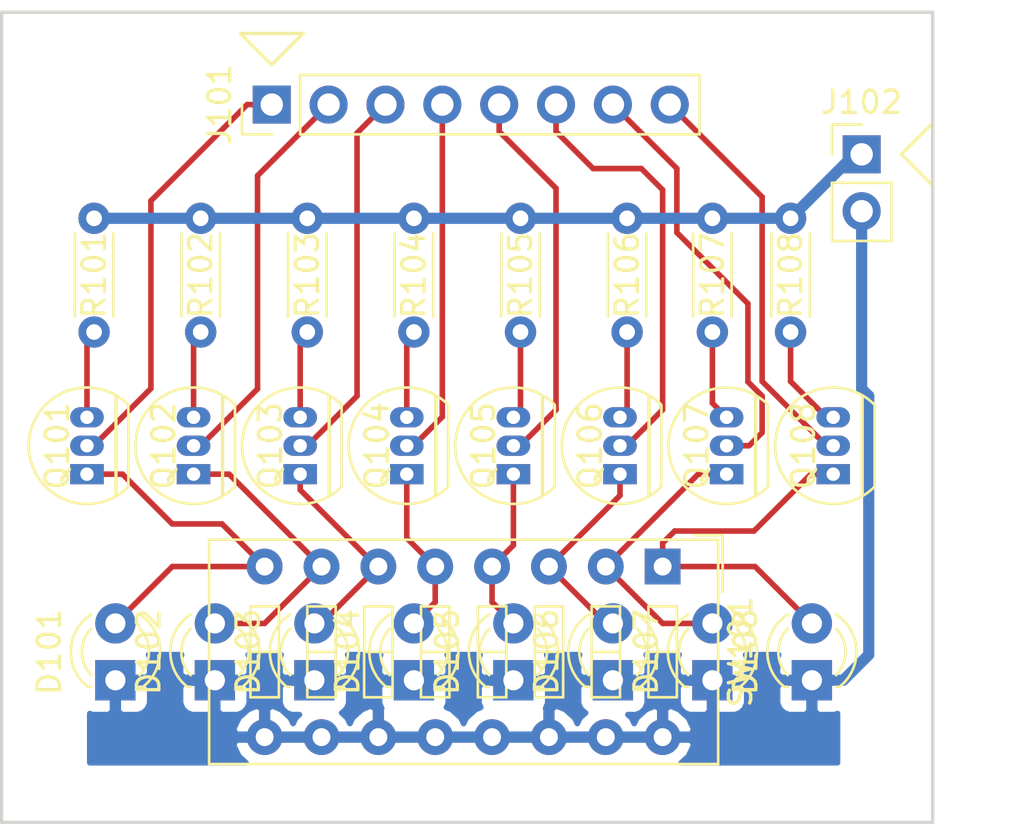
<source format=kicad_pcb>
(kicad_pcb (version 4) (host pcbnew 4.0.7-e2-6376~61~ubuntu18.04.1)

  (general
    (links 56)
    (no_connects 0)
    (area 131.369999 82.474999 173.112501 118.820001)
    (thickness 1.6)
    (drawings 4)
    (tracks 111)
    (zones 0)
    (modules 27)
    (nets 27)
  )

  (page A4)
  (layers
    (0 F.Cu signal)
    (31 B.Cu signal)
    (32 B.Adhes user)
    (33 F.Adhes user)
    (34 B.Paste user)
    (35 F.Paste user)
    (36 B.SilkS user)
    (37 F.SilkS user)
    (38 B.Mask user)
    (39 F.Mask user)
    (40 Dwgs.User user)
    (41 Cmts.User user)
    (42 Eco1.User user)
    (43 Eco2.User user)
    (44 Edge.Cuts user)
    (45 Margin user)
    (46 B.CrtYd user)
    (47 F.CrtYd user)
    (48 B.Fab user)
    (49 F.Fab user)
  )

  (setup
    (last_trace_width 0.25)
    (trace_clearance 0.2)
    (zone_clearance 0.508)
    (zone_45_only no)
    (trace_min 0.2)
    (segment_width 0.2)
    (edge_width 0.15)
    (via_size 0.6)
    (via_drill 0.4)
    (via_min_size 0.4)
    (via_min_drill 0.3)
    (uvia_size 0.3)
    (uvia_drill 0.1)
    (uvias_allowed no)
    (uvia_min_size 0.2)
    (uvia_min_drill 0.1)
    (pcb_text_width 0.3)
    (pcb_text_size 1.5 1.5)
    (mod_edge_width 0.15)
    (mod_text_size 1 1)
    (mod_text_width 0.15)
    (pad_size 1.524 1.524)
    (pad_drill 0.762)
    (pad_to_mask_clearance 0.2)
    (aux_axis_origin 0 0)
    (visible_elements FFFFFF7F)
    (pcbplotparams
      (layerselection 0x00030_80000001)
      (usegerberextensions false)
      (excludeedgelayer true)
      (linewidth 0.100000)
      (plotframeref false)
      (viasonmask false)
      (mode 1)
      (useauxorigin false)
      (hpglpennumber 1)
      (hpglpenspeed 20)
      (hpglpendiameter 15)
      (hpglpenoverlay 2)
      (psnegative false)
      (psa4output false)
      (plotreference true)
      (plotvalue true)
      (plotinvisibletext false)
      (padsonsilk false)
      (subtractmaskfromsilk false)
      (outputformat 1)
      (mirror false)
      (drillshape 1)
      (scaleselection 1)
      (outputdirectory ""))
  )

  (net 0 "")
  (net 1 GND)
  (net 2 "Net-(D101-Pad2)")
  (net 3 "Net-(D102-Pad2)")
  (net 4 "Net-(D103-Pad2)")
  (net 5 "Net-(D104-Pad2)")
  (net 6 "Net-(D105-Pad2)")
  (net 7 "Net-(D106-Pad2)")
  (net 8 "Net-(D107-Pad2)")
  (net 9 "Net-(D108-Pad2)")
  (net 10 "Net-(J101-Pad1)")
  (net 11 "Net-(J101-Pad2)")
  (net 12 "Net-(J101-Pad3)")
  (net 13 "Net-(J101-Pad4)")
  (net 14 "Net-(J101-Pad5)")
  (net 15 "Net-(J101-Pad6)")
  (net 16 "Net-(J101-Pad7)")
  (net 17 "Net-(J101-Pad8)")
  (net 18 VCC)
  (net 19 "Net-(Q101-Pad3)")
  (net 20 "Net-(Q102-Pad3)")
  (net 21 "Net-(Q103-Pad3)")
  (net 22 "Net-(Q104-Pad3)")
  (net 23 "Net-(Q105-Pad3)")
  (net 24 "Net-(Q106-Pad3)")
  (net 25 "Net-(Q107-Pad3)")
  (net 26 "Net-(Q108-Pad3)")

  (net_class Default "This is the default net class."
    (clearance 0.2)
    (trace_width 0.25)
    (via_dia 0.6)
    (via_drill 0.4)
    (uvia_dia 0.3)
    (uvia_drill 0.1)
    (add_net "Net-(D101-Pad2)")
    (add_net "Net-(D102-Pad2)")
    (add_net "Net-(D103-Pad2)")
    (add_net "Net-(D104-Pad2)")
    (add_net "Net-(D105-Pad2)")
    (add_net "Net-(D106-Pad2)")
    (add_net "Net-(D107-Pad2)")
    (add_net "Net-(D108-Pad2)")
    (add_net "Net-(J101-Pad1)")
    (add_net "Net-(J101-Pad2)")
    (add_net "Net-(J101-Pad3)")
    (add_net "Net-(J101-Pad4)")
    (add_net "Net-(J101-Pad5)")
    (add_net "Net-(J101-Pad6)")
    (add_net "Net-(J101-Pad7)")
    (add_net "Net-(J101-Pad8)")
    (add_net "Net-(Q101-Pad3)")
    (add_net "Net-(Q102-Pad3)")
    (add_net "Net-(Q103-Pad3)")
    (add_net "Net-(Q104-Pad3)")
    (add_net "Net-(Q105-Pad3)")
    (add_net "Net-(Q106-Pad3)")
    (add_net "Net-(Q107-Pad3)")
    (add_net "Net-(Q108-Pad3)")
  )

  (net_class Power ""
    (clearance 0.2)
    (trace_width 0.5)
    (via_dia 0.6)
    (via_drill 0.4)
    (uvia_dia 0.3)
    (uvia_drill 0.1)
    (add_net GND)
    (add_net VCC)
  )

  (module footprints:LED_D3.0mm (layer F.Cu) (tedit 587A3A7B) (tstamp 5D6EE4AE)
    (at 136.525 112.395 90)
    (descr "LED, diameter 3.0mm, 2 pins")
    (tags "LED diameter 3.0mm 2 pins")
    (path /5D6ECC73)
    (fp_text reference D101 (at 1.27 -2.96 90) (layer F.SilkS)
      (effects (font (size 1 1) (thickness 0.15)))
    )
    (fp_text value LED (at 1.27 2.96 90) (layer F.Fab)
      (effects (font (size 1 1) (thickness 0.15)))
    )
    (fp_arc (start 1.27 0) (end -0.23 -1.16619) (angle 284.3) (layer F.Fab) (width 0.1))
    (fp_arc (start 1.27 0) (end -0.29 -1.235516) (angle 108.8) (layer F.SilkS) (width 0.12))
    (fp_arc (start 1.27 0) (end -0.29 1.235516) (angle -108.8) (layer F.SilkS) (width 0.12))
    (fp_arc (start 1.27 0) (end 0.229039 -1.08) (angle 87.9) (layer F.SilkS) (width 0.12))
    (fp_arc (start 1.27 0) (end 0.229039 1.08) (angle -87.9) (layer F.SilkS) (width 0.12))
    (fp_circle (center 1.27 0) (end 2.77 0) (layer F.Fab) (width 0.1))
    (fp_line (start -0.23 -1.16619) (end -0.23 1.16619) (layer F.Fab) (width 0.1))
    (fp_line (start -0.29 -1.236) (end -0.29 -1.08) (layer F.SilkS) (width 0.12))
    (fp_line (start -0.29 1.08) (end -0.29 1.236) (layer F.SilkS) (width 0.12))
    (fp_line (start -1.15 -2.25) (end -1.15 2.25) (layer F.CrtYd) (width 0.05))
    (fp_line (start -1.15 2.25) (end 3.7 2.25) (layer F.CrtYd) (width 0.05))
    (fp_line (start 3.7 2.25) (end 3.7 -2.25) (layer F.CrtYd) (width 0.05))
    (fp_line (start 3.7 -2.25) (end -1.15 -2.25) (layer F.CrtYd) (width 0.05))
    (pad 1 thru_hole rect (at 0 0 90) (size 1.8 1.8) (drill 0.9) (layers *.Cu *.Mask)
      (net 1 GND))
    (pad 2 thru_hole circle (at 2.54 0 90) (size 1.8 1.8) (drill 0.9) (layers *.Cu *.Mask)
      (net 2 "Net-(D101-Pad2)"))
    (model ${KISYS3DMOD}/LEDs.3dshapes/LED_D3.0mm.wrl
      (at (xyz 0 0 0))
      (scale (xyz 0.393701 0.393701 0.393701))
      (rotate (xyz 0 0 0))
    )
  )

  (module footprints:LED_D3.0mm (layer F.Cu) (tedit 587A3A7B) (tstamp 5D6EE4C1)
    (at 140.97 112.395 90)
    (descr "LED, diameter 3.0mm, 2 pins")
    (tags "LED diameter 3.0mm 2 pins")
    (path /5D6ECD5D)
    (fp_text reference D102 (at 1.27 -2.96 90) (layer F.SilkS)
      (effects (font (size 1 1) (thickness 0.15)))
    )
    (fp_text value LED (at 1.27 2.96 90) (layer F.Fab)
      (effects (font (size 1 1) (thickness 0.15)))
    )
    (fp_arc (start 1.27 0) (end -0.23 -1.16619) (angle 284.3) (layer F.Fab) (width 0.1))
    (fp_arc (start 1.27 0) (end -0.29 -1.235516) (angle 108.8) (layer F.SilkS) (width 0.12))
    (fp_arc (start 1.27 0) (end -0.29 1.235516) (angle -108.8) (layer F.SilkS) (width 0.12))
    (fp_arc (start 1.27 0) (end 0.229039 -1.08) (angle 87.9) (layer F.SilkS) (width 0.12))
    (fp_arc (start 1.27 0) (end 0.229039 1.08) (angle -87.9) (layer F.SilkS) (width 0.12))
    (fp_circle (center 1.27 0) (end 2.77 0) (layer F.Fab) (width 0.1))
    (fp_line (start -0.23 -1.16619) (end -0.23 1.16619) (layer F.Fab) (width 0.1))
    (fp_line (start -0.29 -1.236) (end -0.29 -1.08) (layer F.SilkS) (width 0.12))
    (fp_line (start -0.29 1.08) (end -0.29 1.236) (layer F.SilkS) (width 0.12))
    (fp_line (start -1.15 -2.25) (end -1.15 2.25) (layer F.CrtYd) (width 0.05))
    (fp_line (start -1.15 2.25) (end 3.7 2.25) (layer F.CrtYd) (width 0.05))
    (fp_line (start 3.7 2.25) (end 3.7 -2.25) (layer F.CrtYd) (width 0.05))
    (fp_line (start 3.7 -2.25) (end -1.15 -2.25) (layer F.CrtYd) (width 0.05))
    (pad 1 thru_hole rect (at 0 0 90) (size 1.8 1.8) (drill 0.9) (layers *.Cu *.Mask)
      (net 1 GND))
    (pad 2 thru_hole circle (at 2.54 0 90) (size 1.8 1.8) (drill 0.9) (layers *.Cu *.Mask)
      (net 3 "Net-(D102-Pad2)"))
    (model ${KISYS3DMOD}/LEDs.3dshapes/LED_D3.0mm.wrl
      (at (xyz 0 0 0))
      (scale (xyz 0.393701 0.393701 0.393701))
      (rotate (xyz 0 0 0))
    )
  )

  (module footprints:LED_D3.0mm (layer F.Cu) (tedit 587A3A7B) (tstamp 5D6EE4D4)
    (at 145.415 112.395 90)
    (descr "LED, diameter 3.0mm, 2 pins")
    (tags "LED diameter 3.0mm 2 pins")
    (path /5D6ECDB2)
    (fp_text reference D103 (at 1.27 -2.96 90) (layer F.SilkS)
      (effects (font (size 1 1) (thickness 0.15)))
    )
    (fp_text value LED (at 1.27 2.96 90) (layer F.Fab)
      (effects (font (size 1 1) (thickness 0.15)))
    )
    (fp_arc (start 1.27 0) (end -0.23 -1.16619) (angle 284.3) (layer F.Fab) (width 0.1))
    (fp_arc (start 1.27 0) (end -0.29 -1.235516) (angle 108.8) (layer F.SilkS) (width 0.12))
    (fp_arc (start 1.27 0) (end -0.29 1.235516) (angle -108.8) (layer F.SilkS) (width 0.12))
    (fp_arc (start 1.27 0) (end 0.229039 -1.08) (angle 87.9) (layer F.SilkS) (width 0.12))
    (fp_arc (start 1.27 0) (end 0.229039 1.08) (angle -87.9) (layer F.SilkS) (width 0.12))
    (fp_circle (center 1.27 0) (end 2.77 0) (layer F.Fab) (width 0.1))
    (fp_line (start -0.23 -1.16619) (end -0.23 1.16619) (layer F.Fab) (width 0.1))
    (fp_line (start -0.29 -1.236) (end -0.29 -1.08) (layer F.SilkS) (width 0.12))
    (fp_line (start -0.29 1.08) (end -0.29 1.236) (layer F.SilkS) (width 0.12))
    (fp_line (start -1.15 -2.25) (end -1.15 2.25) (layer F.CrtYd) (width 0.05))
    (fp_line (start -1.15 2.25) (end 3.7 2.25) (layer F.CrtYd) (width 0.05))
    (fp_line (start 3.7 2.25) (end 3.7 -2.25) (layer F.CrtYd) (width 0.05))
    (fp_line (start 3.7 -2.25) (end -1.15 -2.25) (layer F.CrtYd) (width 0.05))
    (pad 1 thru_hole rect (at 0 0 90) (size 1.8 1.8) (drill 0.9) (layers *.Cu *.Mask)
      (net 1 GND))
    (pad 2 thru_hole circle (at 2.54 0 90) (size 1.8 1.8) (drill 0.9) (layers *.Cu *.Mask)
      (net 4 "Net-(D103-Pad2)"))
    (model ${KISYS3DMOD}/LEDs.3dshapes/LED_D3.0mm.wrl
      (at (xyz 0 0 0))
      (scale (xyz 0.393701 0.393701 0.393701))
      (rotate (xyz 0 0 0))
    )
  )

  (module footprints:LED_D3.0mm (layer F.Cu) (tedit 587A3A7B) (tstamp 5D6EE4E7)
    (at 149.86 112.395 90)
    (descr "LED, diameter 3.0mm, 2 pins")
    (tags "LED diameter 3.0mm 2 pins")
    (path /5D6ECDFD)
    (fp_text reference D104 (at 1.27 -2.96 90) (layer F.SilkS)
      (effects (font (size 1 1) (thickness 0.15)))
    )
    (fp_text value LED (at 1.27 2.96 90) (layer F.Fab)
      (effects (font (size 1 1) (thickness 0.15)))
    )
    (fp_arc (start 1.27 0) (end -0.23 -1.16619) (angle 284.3) (layer F.Fab) (width 0.1))
    (fp_arc (start 1.27 0) (end -0.29 -1.235516) (angle 108.8) (layer F.SilkS) (width 0.12))
    (fp_arc (start 1.27 0) (end -0.29 1.235516) (angle -108.8) (layer F.SilkS) (width 0.12))
    (fp_arc (start 1.27 0) (end 0.229039 -1.08) (angle 87.9) (layer F.SilkS) (width 0.12))
    (fp_arc (start 1.27 0) (end 0.229039 1.08) (angle -87.9) (layer F.SilkS) (width 0.12))
    (fp_circle (center 1.27 0) (end 2.77 0) (layer F.Fab) (width 0.1))
    (fp_line (start -0.23 -1.16619) (end -0.23 1.16619) (layer F.Fab) (width 0.1))
    (fp_line (start -0.29 -1.236) (end -0.29 -1.08) (layer F.SilkS) (width 0.12))
    (fp_line (start -0.29 1.08) (end -0.29 1.236) (layer F.SilkS) (width 0.12))
    (fp_line (start -1.15 -2.25) (end -1.15 2.25) (layer F.CrtYd) (width 0.05))
    (fp_line (start -1.15 2.25) (end 3.7 2.25) (layer F.CrtYd) (width 0.05))
    (fp_line (start 3.7 2.25) (end 3.7 -2.25) (layer F.CrtYd) (width 0.05))
    (fp_line (start 3.7 -2.25) (end -1.15 -2.25) (layer F.CrtYd) (width 0.05))
    (pad 1 thru_hole rect (at 0 0 90) (size 1.8 1.8) (drill 0.9) (layers *.Cu *.Mask)
      (net 1 GND))
    (pad 2 thru_hole circle (at 2.54 0 90) (size 1.8 1.8) (drill 0.9) (layers *.Cu *.Mask)
      (net 5 "Net-(D104-Pad2)"))
    (model ${KISYS3DMOD}/LEDs.3dshapes/LED_D3.0mm.wrl
      (at (xyz 0 0 0))
      (scale (xyz 0.393701 0.393701 0.393701))
      (rotate (xyz 0 0 0))
    )
  )

  (module footprints:LED_D3.0mm (layer F.Cu) (tedit 587A3A7B) (tstamp 5D6EE4FA)
    (at 154.305 112.395 90)
    (descr "LED, diameter 3.0mm, 2 pins")
    (tags "LED diameter 3.0mm 2 pins")
    (path /5D6ECE4C)
    (fp_text reference D105 (at 1.27 -2.96 90) (layer F.SilkS)
      (effects (font (size 1 1) (thickness 0.15)))
    )
    (fp_text value LED (at 1.27 2.96 90) (layer F.Fab)
      (effects (font (size 1 1) (thickness 0.15)))
    )
    (fp_arc (start 1.27 0) (end -0.23 -1.16619) (angle 284.3) (layer F.Fab) (width 0.1))
    (fp_arc (start 1.27 0) (end -0.29 -1.235516) (angle 108.8) (layer F.SilkS) (width 0.12))
    (fp_arc (start 1.27 0) (end -0.29 1.235516) (angle -108.8) (layer F.SilkS) (width 0.12))
    (fp_arc (start 1.27 0) (end 0.229039 -1.08) (angle 87.9) (layer F.SilkS) (width 0.12))
    (fp_arc (start 1.27 0) (end 0.229039 1.08) (angle -87.9) (layer F.SilkS) (width 0.12))
    (fp_circle (center 1.27 0) (end 2.77 0) (layer F.Fab) (width 0.1))
    (fp_line (start -0.23 -1.16619) (end -0.23 1.16619) (layer F.Fab) (width 0.1))
    (fp_line (start -0.29 -1.236) (end -0.29 -1.08) (layer F.SilkS) (width 0.12))
    (fp_line (start -0.29 1.08) (end -0.29 1.236) (layer F.SilkS) (width 0.12))
    (fp_line (start -1.15 -2.25) (end -1.15 2.25) (layer F.CrtYd) (width 0.05))
    (fp_line (start -1.15 2.25) (end 3.7 2.25) (layer F.CrtYd) (width 0.05))
    (fp_line (start 3.7 2.25) (end 3.7 -2.25) (layer F.CrtYd) (width 0.05))
    (fp_line (start 3.7 -2.25) (end -1.15 -2.25) (layer F.CrtYd) (width 0.05))
    (pad 1 thru_hole rect (at 0 0 90) (size 1.8 1.8) (drill 0.9) (layers *.Cu *.Mask)
      (net 1 GND))
    (pad 2 thru_hole circle (at 2.54 0 90) (size 1.8 1.8) (drill 0.9) (layers *.Cu *.Mask)
      (net 6 "Net-(D105-Pad2)"))
    (model ${KISYS3DMOD}/LEDs.3dshapes/LED_D3.0mm.wrl
      (at (xyz 0 0 0))
      (scale (xyz 0.393701 0.393701 0.393701))
      (rotate (xyz 0 0 0))
    )
  )

  (module footprints:LED_D3.0mm (layer F.Cu) (tedit 587A3A7B) (tstamp 5D6EE50D)
    (at 158.75 112.395 90)
    (descr "LED, diameter 3.0mm, 2 pins")
    (tags "LED diameter 3.0mm 2 pins")
    (path /5D6ECEC7)
    (fp_text reference D106 (at 1.27 -2.96 90) (layer F.SilkS)
      (effects (font (size 1 1) (thickness 0.15)))
    )
    (fp_text value LED (at 1.27 2.96 90) (layer F.Fab)
      (effects (font (size 1 1) (thickness 0.15)))
    )
    (fp_arc (start 1.27 0) (end -0.23 -1.16619) (angle 284.3) (layer F.Fab) (width 0.1))
    (fp_arc (start 1.27 0) (end -0.29 -1.235516) (angle 108.8) (layer F.SilkS) (width 0.12))
    (fp_arc (start 1.27 0) (end -0.29 1.235516) (angle -108.8) (layer F.SilkS) (width 0.12))
    (fp_arc (start 1.27 0) (end 0.229039 -1.08) (angle 87.9) (layer F.SilkS) (width 0.12))
    (fp_arc (start 1.27 0) (end 0.229039 1.08) (angle -87.9) (layer F.SilkS) (width 0.12))
    (fp_circle (center 1.27 0) (end 2.77 0) (layer F.Fab) (width 0.1))
    (fp_line (start -0.23 -1.16619) (end -0.23 1.16619) (layer F.Fab) (width 0.1))
    (fp_line (start -0.29 -1.236) (end -0.29 -1.08) (layer F.SilkS) (width 0.12))
    (fp_line (start -0.29 1.08) (end -0.29 1.236) (layer F.SilkS) (width 0.12))
    (fp_line (start -1.15 -2.25) (end -1.15 2.25) (layer F.CrtYd) (width 0.05))
    (fp_line (start -1.15 2.25) (end 3.7 2.25) (layer F.CrtYd) (width 0.05))
    (fp_line (start 3.7 2.25) (end 3.7 -2.25) (layer F.CrtYd) (width 0.05))
    (fp_line (start 3.7 -2.25) (end -1.15 -2.25) (layer F.CrtYd) (width 0.05))
    (pad 1 thru_hole rect (at 0 0 90) (size 1.8 1.8) (drill 0.9) (layers *.Cu *.Mask)
      (net 1 GND))
    (pad 2 thru_hole circle (at 2.54 0 90) (size 1.8 1.8) (drill 0.9) (layers *.Cu *.Mask)
      (net 7 "Net-(D106-Pad2)"))
    (model ${KISYS3DMOD}/LEDs.3dshapes/LED_D3.0mm.wrl
      (at (xyz 0 0 0))
      (scale (xyz 0.393701 0.393701 0.393701))
      (rotate (xyz 0 0 0))
    )
  )

  (module footprints:LED_D3.0mm (layer F.Cu) (tedit 587A3A7B) (tstamp 5D6EE520)
    (at 163.195 112.395 90)
    (descr "LED, diameter 3.0mm, 2 pins")
    (tags "LED diameter 3.0mm 2 pins")
    (path /5D6ECF14)
    (fp_text reference D107 (at 1.27 -2.96 90) (layer F.SilkS)
      (effects (font (size 1 1) (thickness 0.15)))
    )
    (fp_text value LED (at 1.27 2.96 90) (layer F.Fab)
      (effects (font (size 1 1) (thickness 0.15)))
    )
    (fp_arc (start 1.27 0) (end -0.23 -1.16619) (angle 284.3) (layer F.Fab) (width 0.1))
    (fp_arc (start 1.27 0) (end -0.29 -1.235516) (angle 108.8) (layer F.SilkS) (width 0.12))
    (fp_arc (start 1.27 0) (end -0.29 1.235516) (angle -108.8) (layer F.SilkS) (width 0.12))
    (fp_arc (start 1.27 0) (end 0.229039 -1.08) (angle 87.9) (layer F.SilkS) (width 0.12))
    (fp_arc (start 1.27 0) (end 0.229039 1.08) (angle -87.9) (layer F.SilkS) (width 0.12))
    (fp_circle (center 1.27 0) (end 2.77 0) (layer F.Fab) (width 0.1))
    (fp_line (start -0.23 -1.16619) (end -0.23 1.16619) (layer F.Fab) (width 0.1))
    (fp_line (start -0.29 -1.236) (end -0.29 -1.08) (layer F.SilkS) (width 0.12))
    (fp_line (start -0.29 1.08) (end -0.29 1.236) (layer F.SilkS) (width 0.12))
    (fp_line (start -1.15 -2.25) (end -1.15 2.25) (layer F.CrtYd) (width 0.05))
    (fp_line (start -1.15 2.25) (end 3.7 2.25) (layer F.CrtYd) (width 0.05))
    (fp_line (start 3.7 2.25) (end 3.7 -2.25) (layer F.CrtYd) (width 0.05))
    (fp_line (start 3.7 -2.25) (end -1.15 -2.25) (layer F.CrtYd) (width 0.05))
    (pad 1 thru_hole rect (at 0 0 90) (size 1.8 1.8) (drill 0.9) (layers *.Cu *.Mask)
      (net 1 GND))
    (pad 2 thru_hole circle (at 2.54 0 90) (size 1.8 1.8) (drill 0.9) (layers *.Cu *.Mask)
      (net 8 "Net-(D107-Pad2)"))
    (model ${KISYS3DMOD}/LEDs.3dshapes/LED_D3.0mm.wrl
      (at (xyz 0 0 0))
      (scale (xyz 0.393701 0.393701 0.393701))
      (rotate (xyz 0 0 0))
    )
  )

  (module footprints:LED_D3.0mm (layer F.Cu) (tedit 587A3A7B) (tstamp 5D6EE533)
    (at 167.64 112.395 90)
    (descr "LED, diameter 3.0mm, 2 pins")
    (tags "LED diameter 3.0mm 2 pins")
    (path /5D6ECF71)
    (fp_text reference D108 (at 1.27 -2.96 90) (layer F.SilkS)
      (effects (font (size 1 1) (thickness 0.15)))
    )
    (fp_text value LED (at 1.27 2.96 90) (layer F.Fab)
      (effects (font (size 1 1) (thickness 0.15)))
    )
    (fp_arc (start 1.27 0) (end -0.23 -1.16619) (angle 284.3) (layer F.Fab) (width 0.1))
    (fp_arc (start 1.27 0) (end -0.29 -1.235516) (angle 108.8) (layer F.SilkS) (width 0.12))
    (fp_arc (start 1.27 0) (end -0.29 1.235516) (angle -108.8) (layer F.SilkS) (width 0.12))
    (fp_arc (start 1.27 0) (end 0.229039 -1.08) (angle 87.9) (layer F.SilkS) (width 0.12))
    (fp_arc (start 1.27 0) (end 0.229039 1.08) (angle -87.9) (layer F.SilkS) (width 0.12))
    (fp_circle (center 1.27 0) (end 2.77 0) (layer F.Fab) (width 0.1))
    (fp_line (start -0.23 -1.16619) (end -0.23 1.16619) (layer F.Fab) (width 0.1))
    (fp_line (start -0.29 -1.236) (end -0.29 -1.08) (layer F.SilkS) (width 0.12))
    (fp_line (start -0.29 1.08) (end -0.29 1.236) (layer F.SilkS) (width 0.12))
    (fp_line (start -1.15 -2.25) (end -1.15 2.25) (layer F.CrtYd) (width 0.05))
    (fp_line (start -1.15 2.25) (end 3.7 2.25) (layer F.CrtYd) (width 0.05))
    (fp_line (start 3.7 2.25) (end 3.7 -2.25) (layer F.CrtYd) (width 0.05))
    (fp_line (start 3.7 -2.25) (end -1.15 -2.25) (layer F.CrtYd) (width 0.05))
    (pad 1 thru_hole rect (at 0 0 90) (size 1.8 1.8) (drill 0.9) (layers *.Cu *.Mask)
      (net 1 GND))
    (pad 2 thru_hole circle (at 2.54 0 90) (size 1.8 1.8) (drill 0.9) (layers *.Cu *.Mask)
      (net 9 "Net-(D108-Pad2)"))
    (model ${KISYS3DMOD}/LEDs.3dshapes/LED_D3.0mm.wrl
      (at (xyz 0 0 0))
      (scale (xyz 0.393701 0.393701 0.393701))
      (rotate (xyz 0 0 0))
    )
  )

  (module footprints:PH_1x8 (layer F.Cu) (tedit 5A5A27BE) (tstamp 5D6EE552)
    (at 143.51 86.6775 90)
    (descr "Through hole straight pin header, 1x08, 2.54mm pitch, single row")
    (tags "Through hole pin header THT 1x08 2.54mm single row")
    (path /5D615AA5)
    (fp_text reference J101 (at 0 -2.33 90) (layer F.SilkS)
      (effects (font (size 1 1) (thickness 0.15)))
    )
    (fp_text value Conn_01x08 (at 0 20.11 90) (layer F.Fab)
      (effects (font (size 1 1) (thickness 0.15)))
    )
    (fp_line (start 1.778 0) (end 3.175 1.397) (layer F.SilkS) (width 0.15))
    (fp_line (start 3.175 1.397) (end 3.175 -1.397) (layer F.SilkS) (width 0.15))
    (fp_line (start 1.778 0) (end 3.175 -1.397) (layer F.SilkS) (width 0.15))
    (fp_line (start -0.635 -1.27) (end 1.27 -1.27) (layer F.Fab) (width 0.1))
    (fp_line (start 1.27 -1.27) (end 1.27 19.05) (layer F.Fab) (width 0.1))
    (fp_line (start 1.27 19.05) (end -1.27 19.05) (layer F.Fab) (width 0.1))
    (fp_line (start -1.27 19.05) (end -1.27 -0.635) (layer F.Fab) (width 0.1))
    (fp_line (start -1.27 -0.635) (end -0.635 -1.27) (layer F.Fab) (width 0.1))
    (fp_line (start -1.33 19.11) (end 1.33 19.11) (layer F.SilkS) (width 0.12))
    (fp_line (start -1.33 1.27) (end -1.33 19.11) (layer F.SilkS) (width 0.12))
    (fp_line (start 1.33 1.27) (end 1.33 19.11) (layer F.SilkS) (width 0.12))
    (fp_line (start -1.33 1.27) (end 1.33 1.27) (layer F.SilkS) (width 0.12))
    (fp_line (start -1.33 0) (end -1.33 -1.33) (layer F.SilkS) (width 0.12))
    (fp_line (start -1.33 -1.33) (end 0 -1.33) (layer F.SilkS) (width 0.12))
    (fp_line (start -1.8 -1.8) (end -1.8 19.55) (layer F.CrtYd) (width 0.05))
    (fp_line (start -1.8 19.55) (end 1.8 19.55) (layer F.CrtYd) (width 0.05))
    (fp_line (start 1.8 19.55) (end 1.8 -1.8) (layer F.CrtYd) (width 0.05))
    (fp_line (start 1.8 -1.8) (end -1.8 -1.8) (layer F.CrtYd) (width 0.05))
    (fp_text user %R (at 0 8.89 180) (layer F.Fab)
      (effects (font (size 1 1) (thickness 0.15)))
    )
    (pad 1 thru_hole rect (at 0 0 90) (size 1.7 1.7) (drill 1) (layers *.Cu *.Mask)
      (net 10 "Net-(J101-Pad1)"))
    (pad 2 thru_hole oval (at 0 2.54 90) (size 1.7 1.7) (drill 1) (layers *.Cu *.Mask)
      (net 11 "Net-(J101-Pad2)"))
    (pad 3 thru_hole oval (at 0 5.08 90) (size 1.7 1.7) (drill 1) (layers *.Cu *.Mask)
      (net 12 "Net-(J101-Pad3)"))
    (pad 4 thru_hole oval (at 0 7.62 90) (size 1.7 1.7) (drill 1) (layers *.Cu *.Mask)
      (net 13 "Net-(J101-Pad4)"))
    (pad 5 thru_hole oval (at 0 10.16 90) (size 1.7 1.7) (drill 1) (layers *.Cu *.Mask)
      (net 14 "Net-(J101-Pad5)"))
    (pad 6 thru_hole oval (at 0 12.7 90) (size 1.7 1.7) (drill 1) (layers *.Cu *.Mask)
      (net 15 "Net-(J101-Pad6)"))
    (pad 7 thru_hole oval (at 0 15.24 90) (size 1.7 1.7) (drill 1) (layers *.Cu *.Mask)
      (net 16 "Net-(J101-Pad7)"))
    (pad 8 thru_hole oval (at 0 17.78 90) (size 1.7 1.7) (drill 1) (layers *.Cu *.Mask)
      (net 17 "Net-(J101-Pad8)"))
    (model ${KISYS3DMOD}/Pin_Headers.3dshapes/Pin_Header_Straight_1x08_Pitch2.54mm.wrl
      (at (xyz 0 0 0))
      (scale (xyz 1 1 1))
      (rotate (xyz 0 0 0))
    )
  )

  (module footprints:PH_1x2 (layer F.Cu) (tedit 5A5A2839) (tstamp 5D6EE56B)
    (at 169.8625 88.9)
    (descr "Through hole straight pin header, 1x02, 2.54mm pitch, single row")
    (tags "Through hole pin header THT 1x02 2.54mm single row")
    (path /5D6F58EA)
    (fp_text reference J102 (at 0 -2.33) (layer F.SilkS)
      (effects (font (size 1 1) (thickness 0.15)))
    )
    (fp_text value Conn_01x02_Power (at 0 4.87) (layer F.Fab)
      (effects (font (size 1 1) (thickness 0.15)))
    )
    (fp_line (start 1.778 0) (end 3.175 -1.397) (layer F.SilkS) (width 0.15))
    (fp_line (start 3.175 -1.397) (end 3.175 1.397) (layer F.SilkS) (width 0.15))
    (fp_line (start 3.175 1.397) (end 1.778 0) (layer F.SilkS) (width 0.15))
    (fp_line (start -0.635 -1.27) (end 1.27 -1.27) (layer F.Fab) (width 0.1))
    (fp_line (start 1.27 -1.27) (end 1.27 3.81) (layer F.Fab) (width 0.1))
    (fp_line (start 1.27 3.81) (end -1.27 3.81) (layer F.Fab) (width 0.1))
    (fp_line (start -1.27 3.81) (end -1.27 -0.635) (layer F.Fab) (width 0.1))
    (fp_line (start -1.27 -0.635) (end -0.635 -1.27) (layer F.Fab) (width 0.1))
    (fp_line (start -1.33 3.87) (end 1.33 3.87) (layer F.SilkS) (width 0.12))
    (fp_line (start -1.33 1.27) (end -1.33 3.87) (layer F.SilkS) (width 0.12))
    (fp_line (start 1.33 1.27) (end 1.33 3.87) (layer F.SilkS) (width 0.12))
    (fp_line (start -1.33 1.27) (end 1.33 1.27) (layer F.SilkS) (width 0.12))
    (fp_line (start -1.33 0) (end -1.33 -1.33) (layer F.SilkS) (width 0.12))
    (fp_line (start -1.33 -1.33) (end 0 -1.33) (layer F.SilkS) (width 0.12))
    (fp_line (start -1.8 -1.8) (end -1.8 4.35) (layer F.CrtYd) (width 0.05))
    (fp_line (start -1.8 4.35) (end 1.8 4.35) (layer F.CrtYd) (width 0.05))
    (fp_line (start 1.8 4.35) (end 1.8 -1.8) (layer F.CrtYd) (width 0.05))
    (fp_line (start 1.8 -1.8) (end -1.8 -1.8) (layer F.CrtYd) (width 0.05))
    (fp_text user %R (at 0 1.27 90) (layer F.Fab)
      (effects (font (size 1 1) (thickness 0.15)))
    )
    (pad 1 thru_hole rect (at 0 0) (size 1.7 1.7) (drill 1) (layers *.Cu *.Mask)
      (net 18 VCC))
    (pad 2 thru_hole oval (at 0 2.54) (size 1.7 1.7) (drill 1) (layers *.Cu *.Mask)
      (net 1 GND))
    (model ${KISYS3DMOD}/Pin_Headers.3dshapes/Pin_Header_Straight_1x02_Pitch2.54mm.wrl
      (at (xyz 0 0 0))
      (scale (xyz 1 1 1))
      (rotate (xyz 0 0 0))
    )
  )

  (module footprints:TO-92-FET (layer F.Cu) (tedit 5A5A2498) (tstamp 5D6EE57E)
    (at 135.255 103.1875 90)
    (descr "TO-92 leads in-line, narrow, oval pads, drill 0.6mm (see NXP sot054_po.pdf)")
    (tags "to-92 sc-43 sc-43a sot54 PA33 transistor")
    (path /5D614CE2)
    (fp_text reference Q101 (at 1.27 -1.3335 90) (layer F.SilkS)
      (effects (font (size 1 1) (thickness 0.15)))
    )
    (fp_text value 2N7000 (at 1.27 2.79 90) (layer F.Fab)
      (effects (font (size 1 1) (thickness 0.15)))
    )
    (fp_line (start -0.9652 1.2954) (end 3.5052 1.2954) (layer F.SilkS) (width 0.15))
    (fp_text user %R (at 1.27 -1.3335 90) (layer F.Fab)
      (effects (font (size 1 1) (thickness 0.15)))
    )
    (fp_line (start -0.53 1.85) (end 3.07 1.85) (layer F.SilkS) (width 0.12))
    (fp_line (start -0.5 1.75) (end 3 1.75) (layer F.Fab) (width 0.1))
    (fp_line (start -1.46 -2.73) (end 4 -2.73) (layer F.CrtYd) (width 0.05))
    (fp_line (start -1.46 -2.73) (end -1.46 2.01) (layer F.CrtYd) (width 0.05))
    (fp_line (start 4 2.01) (end 4 -2.73) (layer F.CrtYd) (width 0.05))
    (fp_line (start 4 2.01) (end -1.46 2.01) (layer F.CrtYd) (width 0.05))
    (fp_arc (start 1.27 0) (end 1.27 -2.48) (angle 135) (layer F.Fab) (width 0.1))
    (fp_arc (start 1.27 0) (end 1.27 -2.6) (angle -135) (layer F.SilkS) (width 0.12))
    (fp_arc (start 1.27 0) (end 1.27 -2.48) (angle -135) (layer F.Fab) (width 0.1))
    (fp_arc (start 1.27 0) (end 1.27 -2.6) (angle 135) (layer F.SilkS) (width 0.12))
    (pad 2 thru_hole oval (at 1.27 0 270) (size 0.9 1.5) (drill 0.6) (layers *.Cu *.Mask)
      (net 10 "Net-(J101-Pad1)"))
    (pad 3 thru_hole oval (at 2.54 0 270) (size 0.9 1.5) (drill 0.6) (layers *.Cu *.Mask)
      (net 19 "Net-(Q101-Pad3)"))
    (pad 1 thru_hole rect (at 0 0 270) (size 0.9 1.5) (drill 0.6) (layers *.Cu *.Mask)
      (net 2 "Net-(D101-Pad2)"))
    (model ${KISYS3DMOD}/TO_SOT_Packages_THT.3dshapes/TO-92_Inline_Narrow_Oval.wrl
      (at (xyz 0.05 0 0))
      (scale (xyz 1 1 1))
      (rotate (xyz 0 0 -90))
    )
  )

  (module footprints:TO-92-FET (layer F.Cu) (tedit 5A5A2498) (tstamp 5D6EE591)
    (at 140.0175 103.1875 90)
    (descr "TO-92 leads in-line, narrow, oval pads, drill 0.6mm (see NXP sot054_po.pdf)")
    (tags "to-92 sc-43 sc-43a sot54 PA33 transistor")
    (path /5D614D27)
    (fp_text reference Q102 (at 1.27 -1.3335 90) (layer F.SilkS)
      (effects (font (size 1 1) (thickness 0.15)))
    )
    (fp_text value 2N7000 (at 1.27 2.79 90) (layer F.Fab)
      (effects (font (size 1 1) (thickness 0.15)))
    )
    (fp_line (start -0.9652 1.2954) (end 3.5052 1.2954) (layer F.SilkS) (width 0.15))
    (fp_text user %R (at 1.27 -1.3335 90) (layer F.Fab)
      (effects (font (size 1 1) (thickness 0.15)))
    )
    (fp_line (start -0.53 1.85) (end 3.07 1.85) (layer F.SilkS) (width 0.12))
    (fp_line (start -0.5 1.75) (end 3 1.75) (layer F.Fab) (width 0.1))
    (fp_line (start -1.46 -2.73) (end 4 -2.73) (layer F.CrtYd) (width 0.05))
    (fp_line (start -1.46 -2.73) (end -1.46 2.01) (layer F.CrtYd) (width 0.05))
    (fp_line (start 4 2.01) (end 4 -2.73) (layer F.CrtYd) (width 0.05))
    (fp_line (start 4 2.01) (end -1.46 2.01) (layer F.CrtYd) (width 0.05))
    (fp_arc (start 1.27 0) (end 1.27 -2.48) (angle 135) (layer F.Fab) (width 0.1))
    (fp_arc (start 1.27 0) (end 1.27 -2.6) (angle -135) (layer F.SilkS) (width 0.12))
    (fp_arc (start 1.27 0) (end 1.27 -2.48) (angle -135) (layer F.Fab) (width 0.1))
    (fp_arc (start 1.27 0) (end 1.27 -2.6) (angle 135) (layer F.SilkS) (width 0.12))
    (pad 2 thru_hole oval (at 1.27 0 270) (size 0.9 1.5) (drill 0.6) (layers *.Cu *.Mask)
      (net 11 "Net-(J101-Pad2)"))
    (pad 3 thru_hole oval (at 2.54 0 270) (size 0.9 1.5) (drill 0.6) (layers *.Cu *.Mask)
      (net 20 "Net-(Q102-Pad3)"))
    (pad 1 thru_hole rect (at 0 0 270) (size 0.9 1.5) (drill 0.6) (layers *.Cu *.Mask)
      (net 3 "Net-(D102-Pad2)"))
    (model ${KISYS3DMOD}/TO_SOT_Packages_THT.3dshapes/TO-92_Inline_Narrow_Oval.wrl
      (at (xyz 0.05 0 0))
      (scale (xyz 1 1 1))
      (rotate (xyz 0 0 -90))
    )
  )

  (module footprints:TO-92-FET (layer F.Cu) (tedit 5A5A2498) (tstamp 5D6EE5A4)
    (at 144.78 103.1875 90)
    (descr "TO-92 leads in-line, narrow, oval pads, drill 0.6mm (see NXP sot054_po.pdf)")
    (tags "to-92 sc-43 sc-43a sot54 PA33 transistor")
    (path /5D615184)
    (fp_text reference Q103 (at 1.27 -1.3335 90) (layer F.SilkS)
      (effects (font (size 1 1) (thickness 0.15)))
    )
    (fp_text value 2N7000 (at 1.27 2.79 90) (layer F.Fab)
      (effects (font (size 1 1) (thickness 0.15)))
    )
    (fp_line (start -0.9652 1.2954) (end 3.5052 1.2954) (layer F.SilkS) (width 0.15))
    (fp_text user %R (at 1.27 -1.3335 90) (layer F.Fab)
      (effects (font (size 1 1) (thickness 0.15)))
    )
    (fp_line (start -0.53 1.85) (end 3.07 1.85) (layer F.SilkS) (width 0.12))
    (fp_line (start -0.5 1.75) (end 3 1.75) (layer F.Fab) (width 0.1))
    (fp_line (start -1.46 -2.73) (end 4 -2.73) (layer F.CrtYd) (width 0.05))
    (fp_line (start -1.46 -2.73) (end -1.46 2.01) (layer F.CrtYd) (width 0.05))
    (fp_line (start 4 2.01) (end 4 -2.73) (layer F.CrtYd) (width 0.05))
    (fp_line (start 4 2.01) (end -1.46 2.01) (layer F.CrtYd) (width 0.05))
    (fp_arc (start 1.27 0) (end 1.27 -2.48) (angle 135) (layer F.Fab) (width 0.1))
    (fp_arc (start 1.27 0) (end 1.27 -2.6) (angle -135) (layer F.SilkS) (width 0.12))
    (fp_arc (start 1.27 0) (end 1.27 -2.48) (angle -135) (layer F.Fab) (width 0.1))
    (fp_arc (start 1.27 0) (end 1.27 -2.6) (angle 135) (layer F.SilkS) (width 0.12))
    (pad 2 thru_hole oval (at 1.27 0 270) (size 0.9 1.5) (drill 0.6) (layers *.Cu *.Mask)
      (net 12 "Net-(J101-Pad3)"))
    (pad 3 thru_hole oval (at 2.54 0 270) (size 0.9 1.5) (drill 0.6) (layers *.Cu *.Mask)
      (net 21 "Net-(Q103-Pad3)"))
    (pad 1 thru_hole rect (at 0 0 270) (size 0.9 1.5) (drill 0.6) (layers *.Cu *.Mask)
      (net 4 "Net-(D103-Pad2)"))
    (model ${KISYS3DMOD}/TO_SOT_Packages_THT.3dshapes/TO-92_Inline_Narrow_Oval.wrl
      (at (xyz 0.05 0 0))
      (scale (xyz 1 1 1))
      (rotate (xyz 0 0 -90))
    )
  )

  (module footprints:TO-92-FET (layer F.Cu) (tedit 5A5A2498) (tstamp 5D6EE5B7)
    (at 149.5425 103.1875 90)
    (descr "TO-92 leads in-line, narrow, oval pads, drill 0.6mm (see NXP sot054_po.pdf)")
    (tags "to-92 sc-43 sc-43a sot54 PA33 transistor")
    (path /5D61518B)
    (fp_text reference Q104 (at 1.27 -1.3335 90) (layer F.SilkS)
      (effects (font (size 1 1) (thickness 0.15)))
    )
    (fp_text value 2N7000 (at 1.27 2.79 90) (layer F.Fab)
      (effects (font (size 1 1) (thickness 0.15)))
    )
    (fp_line (start -0.9652 1.2954) (end 3.5052 1.2954) (layer F.SilkS) (width 0.15))
    (fp_text user %R (at 1.27 -1.3335 90) (layer F.Fab)
      (effects (font (size 1 1) (thickness 0.15)))
    )
    (fp_line (start -0.53 1.85) (end 3.07 1.85) (layer F.SilkS) (width 0.12))
    (fp_line (start -0.5 1.75) (end 3 1.75) (layer F.Fab) (width 0.1))
    (fp_line (start -1.46 -2.73) (end 4 -2.73) (layer F.CrtYd) (width 0.05))
    (fp_line (start -1.46 -2.73) (end -1.46 2.01) (layer F.CrtYd) (width 0.05))
    (fp_line (start 4 2.01) (end 4 -2.73) (layer F.CrtYd) (width 0.05))
    (fp_line (start 4 2.01) (end -1.46 2.01) (layer F.CrtYd) (width 0.05))
    (fp_arc (start 1.27 0) (end 1.27 -2.48) (angle 135) (layer F.Fab) (width 0.1))
    (fp_arc (start 1.27 0) (end 1.27 -2.6) (angle -135) (layer F.SilkS) (width 0.12))
    (fp_arc (start 1.27 0) (end 1.27 -2.48) (angle -135) (layer F.Fab) (width 0.1))
    (fp_arc (start 1.27 0) (end 1.27 -2.6) (angle 135) (layer F.SilkS) (width 0.12))
    (pad 2 thru_hole oval (at 1.27 0 270) (size 0.9 1.5) (drill 0.6) (layers *.Cu *.Mask)
      (net 13 "Net-(J101-Pad4)"))
    (pad 3 thru_hole oval (at 2.54 0 270) (size 0.9 1.5) (drill 0.6) (layers *.Cu *.Mask)
      (net 22 "Net-(Q104-Pad3)"))
    (pad 1 thru_hole rect (at 0 0 270) (size 0.9 1.5) (drill 0.6) (layers *.Cu *.Mask)
      (net 5 "Net-(D104-Pad2)"))
    (model ${KISYS3DMOD}/TO_SOT_Packages_THT.3dshapes/TO-92_Inline_Narrow_Oval.wrl
      (at (xyz 0.05 0 0))
      (scale (xyz 1 1 1))
      (rotate (xyz 0 0 -90))
    )
  )

  (module footprints:TO-92-FET (layer F.Cu) (tedit 5A5A2498) (tstamp 5D6EE5CA)
    (at 154.305 103.1875 90)
    (descr "TO-92 leads in-line, narrow, oval pads, drill 0.6mm (see NXP sot054_po.pdf)")
    (tags "to-92 sc-43 sc-43a sot54 PA33 transistor")
    (path /5D615582)
    (fp_text reference Q105 (at 1.27 -1.3335 90) (layer F.SilkS)
      (effects (font (size 1 1) (thickness 0.15)))
    )
    (fp_text value 2N7000 (at 1.27 2.79 90) (layer F.Fab)
      (effects (font (size 1 1) (thickness 0.15)))
    )
    (fp_line (start -0.9652 1.2954) (end 3.5052 1.2954) (layer F.SilkS) (width 0.15))
    (fp_text user %R (at 1.27 -1.3335 90) (layer F.Fab)
      (effects (font (size 1 1) (thickness 0.15)))
    )
    (fp_line (start -0.53 1.85) (end 3.07 1.85) (layer F.SilkS) (width 0.12))
    (fp_line (start -0.5 1.75) (end 3 1.75) (layer F.Fab) (width 0.1))
    (fp_line (start -1.46 -2.73) (end 4 -2.73) (layer F.CrtYd) (width 0.05))
    (fp_line (start -1.46 -2.73) (end -1.46 2.01) (layer F.CrtYd) (width 0.05))
    (fp_line (start 4 2.01) (end 4 -2.73) (layer F.CrtYd) (width 0.05))
    (fp_line (start 4 2.01) (end -1.46 2.01) (layer F.CrtYd) (width 0.05))
    (fp_arc (start 1.27 0) (end 1.27 -2.48) (angle 135) (layer F.Fab) (width 0.1))
    (fp_arc (start 1.27 0) (end 1.27 -2.6) (angle -135) (layer F.SilkS) (width 0.12))
    (fp_arc (start 1.27 0) (end 1.27 -2.48) (angle -135) (layer F.Fab) (width 0.1))
    (fp_arc (start 1.27 0) (end 1.27 -2.6) (angle 135) (layer F.SilkS) (width 0.12))
    (pad 2 thru_hole oval (at 1.27 0 270) (size 0.9 1.5) (drill 0.6) (layers *.Cu *.Mask)
      (net 14 "Net-(J101-Pad5)"))
    (pad 3 thru_hole oval (at 2.54 0 270) (size 0.9 1.5) (drill 0.6) (layers *.Cu *.Mask)
      (net 23 "Net-(Q105-Pad3)"))
    (pad 1 thru_hole rect (at 0 0 270) (size 0.9 1.5) (drill 0.6) (layers *.Cu *.Mask)
      (net 6 "Net-(D105-Pad2)"))
    (model ${KISYS3DMOD}/TO_SOT_Packages_THT.3dshapes/TO-92_Inline_Narrow_Oval.wrl
      (at (xyz 0.05 0 0))
      (scale (xyz 1 1 1))
      (rotate (xyz 0 0 -90))
    )
  )

  (module footprints:TO-92-FET (layer F.Cu) (tedit 5A5A2498) (tstamp 5D6EE5DD)
    (at 159.0675 103.1875 90)
    (descr "TO-92 leads in-line, narrow, oval pads, drill 0.6mm (see NXP sot054_po.pdf)")
    (tags "to-92 sc-43 sc-43a sot54 PA33 transistor")
    (path /5D615589)
    (fp_text reference Q106 (at 1.27 -1.3335 90) (layer F.SilkS)
      (effects (font (size 1 1) (thickness 0.15)))
    )
    (fp_text value 2N7000 (at 1.27 2.79 90) (layer F.Fab)
      (effects (font (size 1 1) (thickness 0.15)))
    )
    (fp_line (start -0.9652 1.2954) (end 3.5052 1.2954) (layer F.SilkS) (width 0.15))
    (fp_text user %R (at 1.27 -1.3335 90) (layer F.Fab)
      (effects (font (size 1 1) (thickness 0.15)))
    )
    (fp_line (start -0.53 1.85) (end 3.07 1.85) (layer F.SilkS) (width 0.12))
    (fp_line (start -0.5 1.75) (end 3 1.75) (layer F.Fab) (width 0.1))
    (fp_line (start -1.46 -2.73) (end 4 -2.73) (layer F.CrtYd) (width 0.05))
    (fp_line (start -1.46 -2.73) (end -1.46 2.01) (layer F.CrtYd) (width 0.05))
    (fp_line (start 4 2.01) (end 4 -2.73) (layer F.CrtYd) (width 0.05))
    (fp_line (start 4 2.01) (end -1.46 2.01) (layer F.CrtYd) (width 0.05))
    (fp_arc (start 1.27 0) (end 1.27 -2.48) (angle 135) (layer F.Fab) (width 0.1))
    (fp_arc (start 1.27 0) (end 1.27 -2.6) (angle -135) (layer F.SilkS) (width 0.12))
    (fp_arc (start 1.27 0) (end 1.27 -2.48) (angle -135) (layer F.Fab) (width 0.1))
    (fp_arc (start 1.27 0) (end 1.27 -2.6) (angle 135) (layer F.SilkS) (width 0.12))
    (pad 2 thru_hole oval (at 1.27 0 270) (size 0.9 1.5) (drill 0.6) (layers *.Cu *.Mask)
      (net 15 "Net-(J101-Pad6)"))
    (pad 3 thru_hole oval (at 2.54 0 270) (size 0.9 1.5) (drill 0.6) (layers *.Cu *.Mask)
      (net 24 "Net-(Q106-Pad3)"))
    (pad 1 thru_hole rect (at 0 0 270) (size 0.9 1.5) (drill 0.6) (layers *.Cu *.Mask)
      (net 7 "Net-(D106-Pad2)"))
    (model ${KISYS3DMOD}/TO_SOT_Packages_THT.3dshapes/TO-92_Inline_Narrow_Oval.wrl
      (at (xyz 0.05 0 0))
      (scale (xyz 1 1 1))
      (rotate (xyz 0 0 -90))
    )
  )

  (module footprints:TO-92-FET (layer F.Cu) (tedit 5A5A2498) (tstamp 5D6EE5F0)
    (at 163.83 103.1875 90)
    (descr "TO-92 leads in-line, narrow, oval pads, drill 0.6mm (see NXP sot054_po.pdf)")
    (tags "to-92 sc-43 sc-43a sot54 PA33 transistor")
    (path /5D615590)
    (fp_text reference Q107 (at 1.27 -1.3335 90) (layer F.SilkS)
      (effects (font (size 1 1) (thickness 0.15)))
    )
    (fp_text value 2N7000 (at 1.27 2.79 90) (layer F.Fab)
      (effects (font (size 1 1) (thickness 0.15)))
    )
    (fp_line (start -0.9652 1.2954) (end 3.5052 1.2954) (layer F.SilkS) (width 0.15))
    (fp_text user %R (at 1.27 -1.3335 90) (layer F.Fab)
      (effects (font (size 1 1) (thickness 0.15)))
    )
    (fp_line (start -0.53 1.85) (end 3.07 1.85) (layer F.SilkS) (width 0.12))
    (fp_line (start -0.5 1.75) (end 3 1.75) (layer F.Fab) (width 0.1))
    (fp_line (start -1.46 -2.73) (end 4 -2.73) (layer F.CrtYd) (width 0.05))
    (fp_line (start -1.46 -2.73) (end -1.46 2.01) (layer F.CrtYd) (width 0.05))
    (fp_line (start 4 2.01) (end 4 -2.73) (layer F.CrtYd) (width 0.05))
    (fp_line (start 4 2.01) (end -1.46 2.01) (layer F.CrtYd) (width 0.05))
    (fp_arc (start 1.27 0) (end 1.27 -2.48) (angle 135) (layer F.Fab) (width 0.1))
    (fp_arc (start 1.27 0) (end 1.27 -2.6) (angle -135) (layer F.SilkS) (width 0.12))
    (fp_arc (start 1.27 0) (end 1.27 -2.48) (angle -135) (layer F.Fab) (width 0.1))
    (fp_arc (start 1.27 0) (end 1.27 -2.6) (angle 135) (layer F.SilkS) (width 0.12))
    (pad 2 thru_hole oval (at 1.27 0 270) (size 0.9 1.5) (drill 0.6) (layers *.Cu *.Mask)
      (net 16 "Net-(J101-Pad7)"))
    (pad 3 thru_hole oval (at 2.54 0 270) (size 0.9 1.5) (drill 0.6) (layers *.Cu *.Mask)
      (net 25 "Net-(Q107-Pad3)"))
    (pad 1 thru_hole rect (at 0 0 270) (size 0.9 1.5) (drill 0.6) (layers *.Cu *.Mask)
      (net 8 "Net-(D107-Pad2)"))
    (model ${KISYS3DMOD}/TO_SOT_Packages_THT.3dshapes/TO-92_Inline_Narrow_Oval.wrl
      (at (xyz 0.05 0 0))
      (scale (xyz 1 1 1))
      (rotate (xyz 0 0 -90))
    )
  )

  (module footprints:TO-92-FET (layer F.Cu) (tedit 5A5A2498) (tstamp 5D6EE603)
    (at 168.5925 103.1875 90)
    (descr "TO-92 leads in-line, narrow, oval pads, drill 0.6mm (see NXP sot054_po.pdf)")
    (tags "to-92 sc-43 sc-43a sot54 PA33 transistor")
    (path /5D615597)
    (fp_text reference Q108 (at 1.27 -1.3335 90) (layer F.SilkS)
      (effects (font (size 1 1) (thickness 0.15)))
    )
    (fp_text value 2N7000 (at 1.27 2.79 90) (layer F.Fab)
      (effects (font (size 1 1) (thickness 0.15)))
    )
    (fp_line (start -0.9652 1.2954) (end 3.5052 1.2954) (layer F.SilkS) (width 0.15))
    (fp_text user %R (at 1.27 -1.3335 90) (layer F.Fab)
      (effects (font (size 1 1) (thickness 0.15)))
    )
    (fp_line (start -0.53 1.85) (end 3.07 1.85) (layer F.SilkS) (width 0.12))
    (fp_line (start -0.5 1.75) (end 3 1.75) (layer F.Fab) (width 0.1))
    (fp_line (start -1.46 -2.73) (end 4 -2.73) (layer F.CrtYd) (width 0.05))
    (fp_line (start -1.46 -2.73) (end -1.46 2.01) (layer F.CrtYd) (width 0.05))
    (fp_line (start 4 2.01) (end 4 -2.73) (layer F.CrtYd) (width 0.05))
    (fp_line (start 4 2.01) (end -1.46 2.01) (layer F.CrtYd) (width 0.05))
    (fp_arc (start 1.27 0) (end 1.27 -2.48) (angle 135) (layer F.Fab) (width 0.1))
    (fp_arc (start 1.27 0) (end 1.27 -2.6) (angle -135) (layer F.SilkS) (width 0.12))
    (fp_arc (start 1.27 0) (end 1.27 -2.48) (angle -135) (layer F.Fab) (width 0.1))
    (fp_arc (start 1.27 0) (end 1.27 -2.6) (angle 135) (layer F.SilkS) (width 0.12))
    (pad 2 thru_hole oval (at 1.27 0 270) (size 0.9 1.5) (drill 0.6) (layers *.Cu *.Mask)
      (net 17 "Net-(J101-Pad8)"))
    (pad 3 thru_hole oval (at 2.54 0 270) (size 0.9 1.5) (drill 0.6) (layers *.Cu *.Mask)
      (net 26 "Net-(Q108-Pad3)"))
    (pad 1 thru_hole rect (at 0 0 270) (size 0.9 1.5) (drill 0.6) (layers *.Cu *.Mask)
      (net 9 "Net-(D108-Pad2)"))
    (model ${KISYS3DMOD}/TO_SOT_Packages_THT.3dshapes/TO-92_Inline_Narrow_Oval.wrl
      (at (xyz 0.05 0 0))
      (scale (xyz 1 1 1))
      (rotate (xyz 0 0 -90))
    )
  )

  (module footprints:R_small (layer F.Cu) (tedit 5A5A1E27) (tstamp 5D6EE615)
    (at 135.5725 91.7575 270)
    (descr "Resistor, Axial_DIN0204 series, Axial, Horizontal, pin pitch=5.08mm, 0.16666666666666666W = 1/6W, length*diameter=3.6*1.6mm^2, http://cdn-reichelt.de/documents/datenblatt/B400/1_4W%23YAG.pdf")
    (tags "Resistor Axial_DIN0204 series Axial Horizontal pin pitch 5.08mm 0.16666666666666666W = 1/6W length 3.6mm diameter 1.6mm")
    (path /5D6156C8)
    (fp_text reference R101 (at 2.54 0 270) (layer F.SilkS)
      (effects (font (size 1 1) (thickness 0.15)))
    )
    (fp_text value R (at 2.54 1.86 270) (layer F.Fab)
      (effects (font (size 1 1) (thickness 0.15)))
    )
    (fp_line (start 0.74 -0.8) (end 0.74 0.8) (layer F.Fab) (width 0.1))
    (fp_line (start 0.74 0.8) (end 4.34 0.8) (layer F.Fab) (width 0.1))
    (fp_line (start 4.34 0.8) (end 4.34 -0.8) (layer F.Fab) (width 0.1))
    (fp_line (start 4.34 -0.8) (end 0.74 -0.8) (layer F.Fab) (width 0.1))
    (fp_line (start 0 0) (end 0.74 0) (layer F.Fab) (width 0.1))
    (fp_line (start 5.08 0) (end 4.34 0) (layer F.Fab) (width 0.1))
    (fp_line (start 0.68 -0.86) (end 4.4 -0.86) (layer F.SilkS) (width 0.12))
    (fp_line (start 0.68 0.86) (end 4.4 0.86) (layer F.SilkS) (width 0.12))
    (fp_line (start -0.95 -1.15) (end -0.95 1.15) (layer F.CrtYd) (width 0.05))
    (fp_line (start -0.95 1.15) (end 6.05 1.15) (layer F.CrtYd) (width 0.05))
    (fp_line (start 6.05 1.15) (end 6.05 -1.15) (layer F.CrtYd) (width 0.05))
    (fp_line (start 6.05 -1.15) (end -0.95 -1.15) (layer F.CrtYd) (width 0.05))
    (pad 1 thru_hole circle (at 0 0 270) (size 1.4 1.4) (drill 0.7) (layers *.Cu *.Mask)
      (net 18 VCC))
    (pad 2 thru_hole oval (at 5.08 0 270) (size 1.4 1.4) (drill 0.7) (layers *.Cu *.Mask)
      (net 19 "Net-(Q101-Pad3)"))
    (model ${KISYS3DMOD}/Resistors_THT.3dshapes/R_Axial_DIN0204_L3.6mm_D1.6mm_P5.08mm_Horizontal.wrl
      (at (xyz 0 0 0))
      (scale (xyz 0.393701 0.393701 0.393701))
      (rotate (xyz 0 0 0))
    )
  )

  (module footprints:R_small (layer F.Cu) (tedit 5A5A1E27) (tstamp 5D6EE627)
    (at 140.335 91.7575 270)
    (descr "Resistor, Axial_DIN0204 series, Axial, Horizontal, pin pitch=5.08mm, 0.16666666666666666W = 1/6W, length*diameter=3.6*1.6mm^2, http://cdn-reichelt.de/documents/datenblatt/B400/1_4W%23YAG.pdf")
    (tags "Resistor Axial_DIN0204 series Axial Horizontal pin pitch 5.08mm 0.16666666666666666W = 1/6W length 3.6mm diameter 1.6mm")
    (path /5D61570D)
    (fp_text reference R102 (at 2.54 0 270) (layer F.SilkS)
      (effects (font (size 1 1) (thickness 0.15)))
    )
    (fp_text value R (at 2.54 1.86 270) (layer F.Fab)
      (effects (font (size 1 1) (thickness 0.15)))
    )
    (fp_line (start 0.74 -0.8) (end 0.74 0.8) (layer F.Fab) (width 0.1))
    (fp_line (start 0.74 0.8) (end 4.34 0.8) (layer F.Fab) (width 0.1))
    (fp_line (start 4.34 0.8) (end 4.34 -0.8) (layer F.Fab) (width 0.1))
    (fp_line (start 4.34 -0.8) (end 0.74 -0.8) (layer F.Fab) (width 0.1))
    (fp_line (start 0 0) (end 0.74 0) (layer F.Fab) (width 0.1))
    (fp_line (start 5.08 0) (end 4.34 0) (layer F.Fab) (width 0.1))
    (fp_line (start 0.68 -0.86) (end 4.4 -0.86) (layer F.SilkS) (width 0.12))
    (fp_line (start 0.68 0.86) (end 4.4 0.86) (layer F.SilkS) (width 0.12))
    (fp_line (start -0.95 -1.15) (end -0.95 1.15) (layer F.CrtYd) (width 0.05))
    (fp_line (start -0.95 1.15) (end 6.05 1.15) (layer F.CrtYd) (width 0.05))
    (fp_line (start 6.05 1.15) (end 6.05 -1.15) (layer F.CrtYd) (width 0.05))
    (fp_line (start 6.05 -1.15) (end -0.95 -1.15) (layer F.CrtYd) (width 0.05))
    (pad 1 thru_hole circle (at 0 0 270) (size 1.4 1.4) (drill 0.7) (layers *.Cu *.Mask)
      (net 18 VCC))
    (pad 2 thru_hole oval (at 5.08 0 270) (size 1.4 1.4) (drill 0.7) (layers *.Cu *.Mask)
      (net 20 "Net-(Q102-Pad3)"))
    (model ${KISYS3DMOD}/Resistors_THT.3dshapes/R_Axial_DIN0204_L3.6mm_D1.6mm_P5.08mm_Horizontal.wrl
      (at (xyz 0 0 0))
      (scale (xyz 0.393701 0.393701 0.393701))
      (rotate (xyz 0 0 0))
    )
  )

  (module footprints:R_small (layer F.Cu) (tedit 5A5A1E27) (tstamp 5D6EE639)
    (at 145.0975 91.7575 270)
    (descr "Resistor, Axial_DIN0204 series, Axial, Horizontal, pin pitch=5.08mm, 0.16666666666666666W = 1/6W, length*diameter=3.6*1.6mm^2, http://cdn-reichelt.de/documents/datenblatt/B400/1_4W%23YAG.pdf")
    (tags "Resistor Axial_DIN0204 series Axial Horizontal pin pitch 5.08mm 0.16666666666666666W = 1/6W length 3.6mm diameter 1.6mm")
    (path /5D615742)
    (fp_text reference R103 (at 2.54 0 270) (layer F.SilkS)
      (effects (font (size 1 1) (thickness 0.15)))
    )
    (fp_text value R (at 2.54 1.86 270) (layer F.Fab)
      (effects (font (size 1 1) (thickness 0.15)))
    )
    (fp_line (start 0.74 -0.8) (end 0.74 0.8) (layer F.Fab) (width 0.1))
    (fp_line (start 0.74 0.8) (end 4.34 0.8) (layer F.Fab) (width 0.1))
    (fp_line (start 4.34 0.8) (end 4.34 -0.8) (layer F.Fab) (width 0.1))
    (fp_line (start 4.34 -0.8) (end 0.74 -0.8) (layer F.Fab) (width 0.1))
    (fp_line (start 0 0) (end 0.74 0) (layer F.Fab) (width 0.1))
    (fp_line (start 5.08 0) (end 4.34 0) (layer F.Fab) (width 0.1))
    (fp_line (start 0.68 -0.86) (end 4.4 -0.86) (layer F.SilkS) (width 0.12))
    (fp_line (start 0.68 0.86) (end 4.4 0.86) (layer F.SilkS) (width 0.12))
    (fp_line (start -0.95 -1.15) (end -0.95 1.15) (layer F.CrtYd) (width 0.05))
    (fp_line (start -0.95 1.15) (end 6.05 1.15) (layer F.CrtYd) (width 0.05))
    (fp_line (start 6.05 1.15) (end 6.05 -1.15) (layer F.CrtYd) (width 0.05))
    (fp_line (start 6.05 -1.15) (end -0.95 -1.15) (layer F.CrtYd) (width 0.05))
    (pad 1 thru_hole circle (at 0 0 270) (size 1.4 1.4) (drill 0.7) (layers *.Cu *.Mask)
      (net 18 VCC))
    (pad 2 thru_hole oval (at 5.08 0 270) (size 1.4 1.4) (drill 0.7) (layers *.Cu *.Mask)
      (net 21 "Net-(Q103-Pad3)"))
    (model ${KISYS3DMOD}/Resistors_THT.3dshapes/R_Axial_DIN0204_L3.6mm_D1.6mm_P5.08mm_Horizontal.wrl
      (at (xyz 0 0 0))
      (scale (xyz 0.393701 0.393701 0.393701))
      (rotate (xyz 0 0 0))
    )
  )

  (module footprints:R_small (layer F.Cu) (tedit 5A5A1E27) (tstamp 5D6EE64B)
    (at 149.86 91.7575 270)
    (descr "Resistor, Axial_DIN0204 series, Axial, Horizontal, pin pitch=5.08mm, 0.16666666666666666W = 1/6W, length*diameter=3.6*1.6mm^2, http://cdn-reichelt.de/documents/datenblatt/B400/1_4W%23YAG.pdf")
    (tags "Resistor Axial_DIN0204 series Axial Horizontal pin pitch 5.08mm 0.16666666666666666W = 1/6W length 3.6mm diameter 1.6mm")
    (path /5D615771)
    (fp_text reference R104 (at 2.54 0 270) (layer F.SilkS)
      (effects (font (size 1 1) (thickness 0.15)))
    )
    (fp_text value R (at 2.54 1.86 270) (layer F.Fab)
      (effects (font (size 1 1) (thickness 0.15)))
    )
    (fp_line (start 0.74 -0.8) (end 0.74 0.8) (layer F.Fab) (width 0.1))
    (fp_line (start 0.74 0.8) (end 4.34 0.8) (layer F.Fab) (width 0.1))
    (fp_line (start 4.34 0.8) (end 4.34 -0.8) (layer F.Fab) (width 0.1))
    (fp_line (start 4.34 -0.8) (end 0.74 -0.8) (layer F.Fab) (width 0.1))
    (fp_line (start 0 0) (end 0.74 0) (layer F.Fab) (width 0.1))
    (fp_line (start 5.08 0) (end 4.34 0) (layer F.Fab) (width 0.1))
    (fp_line (start 0.68 -0.86) (end 4.4 -0.86) (layer F.SilkS) (width 0.12))
    (fp_line (start 0.68 0.86) (end 4.4 0.86) (layer F.SilkS) (width 0.12))
    (fp_line (start -0.95 -1.15) (end -0.95 1.15) (layer F.CrtYd) (width 0.05))
    (fp_line (start -0.95 1.15) (end 6.05 1.15) (layer F.CrtYd) (width 0.05))
    (fp_line (start 6.05 1.15) (end 6.05 -1.15) (layer F.CrtYd) (width 0.05))
    (fp_line (start 6.05 -1.15) (end -0.95 -1.15) (layer F.CrtYd) (width 0.05))
    (pad 1 thru_hole circle (at 0 0 270) (size 1.4 1.4) (drill 0.7) (layers *.Cu *.Mask)
      (net 18 VCC))
    (pad 2 thru_hole oval (at 5.08 0 270) (size 1.4 1.4) (drill 0.7) (layers *.Cu *.Mask)
      (net 22 "Net-(Q104-Pad3)"))
    (model ${KISYS3DMOD}/Resistors_THT.3dshapes/R_Axial_DIN0204_L3.6mm_D1.6mm_P5.08mm_Horizontal.wrl
      (at (xyz 0 0 0))
      (scale (xyz 0.393701 0.393701 0.393701))
      (rotate (xyz 0 0 0))
    )
  )

  (module footprints:R_small (layer F.Cu) (tedit 5A5A1E27) (tstamp 5D6EE65D)
    (at 154.6225 91.7575 270)
    (descr "Resistor, Axial_DIN0204 series, Axial, Horizontal, pin pitch=5.08mm, 0.16666666666666666W = 1/6W, length*diameter=3.6*1.6mm^2, http://cdn-reichelt.de/documents/datenblatt/B400/1_4W%23YAG.pdf")
    (tags "Resistor Axial_DIN0204 series Axial Horizontal pin pitch 5.08mm 0.16666666666666666W = 1/6W length 3.6mm diameter 1.6mm")
    (path /5D6157DF)
    (fp_text reference R105 (at 2.54 0 270) (layer F.SilkS)
      (effects (font (size 1 1) (thickness 0.15)))
    )
    (fp_text value R (at 2.54 1.86 270) (layer F.Fab)
      (effects (font (size 1 1) (thickness 0.15)))
    )
    (fp_line (start 0.74 -0.8) (end 0.74 0.8) (layer F.Fab) (width 0.1))
    (fp_line (start 0.74 0.8) (end 4.34 0.8) (layer F.Fab) (width 0.1))
    (fp_line (start 4.34 0.8) (end 4.34 -0.8) (layer F.Fab) (width 0.1))
    (fp_line (start 4.34 -0.8) (end 0.74 -0.8) (layer F.Fab) (width 0.1))
    (fp_line (start 0 0) (end 0.74 0) (layer F.Fab) (width 0.1))
    (fp_line (start 5.08 0) (end 4.34 0) (layer F.Fab) (width 0.1))
    (fp_line (start 0.68 -0.86) (end 4.4 -0.86) (layer F.SilkS) (width 0.12))
    (fp_line (start 0.68 0.86) (end 4.4 0.86) (layer F.SilkS) (width 0.12))
    (fp_line (start -0.95 -1.15) (end -0.95 1.15) (layer F.CrtYd) (width 0.05))
    (fp_line (start -0.95 1.15) (end 6.05 1.15) (layer F.CrtYd) (width 0.05))
    (fp_line (start 6.05 1.15) (end 6.05 -1.15) (layer F.CrtYd) (width 0.05))
    (fp_line (start 6.05 -1.15) (end -0.95 -1.15) (layer F.CrtYd) (width 0.05))
    (pad 1 thru_hole circle (at 0 0 270) (size 1.4 1.4) (drill 0.7) (layers *.Cu *.Mask)
      (net 18 VCC))
    (pad 2 thru_hole oval (at 5.08 0 270) (size 1.4 1.4) (drill 0.7) (layers *.Cu *.Mask)
      (net 23 "Net-(Q105-Pad3)"))
    (model ${KISYS3DMOD}/Resistors_THT.3dshapes/R_Axial_DIN0204_L3.6mm_D1.6mm_P5.08mm_Horizontal.wrl
      (at (xyz 0 0 0))
      (scale (xyz 0.393701 0.393701 0.393701))
      (rotate (xyz 0 0 0))
    )
  )

  (module footprints:R_small (layer F.Cu) (tedit 5A5A1E27) (tstamp 5D6EE66F)
    (at 159.385 91.7575 270)
    (descr "Resistor, Axial_DIN0204 series, Axial, Horizontal, pin pitch=5.08mm, 0.16666666666666666W = 1/6W, length*diameter=3.6*1.6mm^2, http://cdn-reichelt.de/documents/datenblatt/B400/1_4W%23YAG.pdf")
    (tags "Resistor Axial_DIN0204 series Axial Horizontal pin pitch 5.08mm 0.16666666666666666W = 1/6W length 3.6mm diameter 1.6mm")
    (path /5D61580E)
    (fp_text reference R106 (at 2.54 0 270) (layer F.SilkS)
      (effects (font (size 1 1) (thickness 0.15)))
    )
    (fp_text value R (at 2.54 1.86 270) (layer F.Fab)
      (effects (font (size 1 1) (thickness 0.15)))
    )
    (fp_line (start 0.74 -0.8) (end 0.74 0.8) (layer F.Fab) (width 0.1))
    (fp_line (start 0.74 0.8) (end 4.34 0.8) (layer F.Fab) (width 0.1))
    (fp_line (start 4.34 0.8) (end 4.34 -0.8) (layer F.Fab) (width 0.1))
    (fp_line (start 4.34 -0.8) (end 0.74 -0.8) (layer F.Fab) (width 0.1))
    (fp_line (start 0 0) (end 0.74 0) (layer F.Fab) (width 0.1))
    (fp_line (start 5.08 0) (end 4.34 0) (layer F.Fab) (width 0.1))
    (fp_line (start 0.68 -0.86) (end 4.4 -0.86) (layer F.SilkS) (width 0.12))
    (fp_line (start 0.68 0.86) (end 4.4 0.86) (layer F.SilkS) (width 0.12))
    (fp_line (start -0.95 -1.15) (end -0.95 1.15) (layer F.CrtYd) (width 0.05))
    (fp_line (start -0.95 1.15) (end 6.05 1.15) (layer F.CrtYd) (width 0.05))
    (fp_line (start 6.05 1.15) (end 6.05 -1.15) (layer F.CrtYd) (width 0.05))
    (fp_line (start 6.05 -1.15) (end -0.95 -1.15) (layer F.CrtYd) (width 0.05))
    (pad 1 thru_hole circle (at 0 0 270) (size 1.4 1.4) (drill 0.7) (layers *.Cu *.Mask)
      (net 18 VCC))
    (pad 2 thru_hole oval (at 5.08 0 270) (size 1.4 1.4) (drill 0.7) (layers *.Cu *.Mask)
      (net 24 "Net-(Q106-Pad3)"))
    (model ${KISYS3DMOD}/Resistors_THT.3dshapes/R_Axial_DIN0204_L3.6mm_D1.6mm_P5.08mm_Horizontal.wrl
      (at (xyz 0 0 0))
      (scale (xyz 0.393701 0.393701 0.393701))
      (rotate (xyz 0 0 0))
    )
  )

  (module footprints:R_small (layer F.Cu) (tedit 5A5A1E27) (tstamp 5D6EE681)
    (at 163.195 91.7575 270)
    (descr "Resistor, Axial_DIN0204 series, Axial, Horizontal, pin pitch=5.08mm, 0.16666666666666666W = 1/6W, length*diameter=3.6*1.6mm^2, http://cdn-reichelt.de/documents/datenblatt/B400/1_4W%23YAG.pdf")
    (tags "Resistor Axial_DIN0204 series Axial Horizontal pin pitch 5.08mm 0.16666666666666666W = 1/6W length 3.6mm diameter 1.6mm")
    (path /5D615851)
    (fp_text reference R107 (at 2.54 0 270) (layer F.SilkS)
      (effects (font (size 1 1) (thickness 0.15)))
    )
    (fp_text value R (at 2.54 1.86 270) (layer F.Fab)
      (effects (font (size 1 1) (thickness 0.15)))
    )
    (fp_line (start 0.74 -0.8) (end 0.74 0.8) (layer F.Fab) (width 0.1))
    (fp_line (start 0.74 0.8) (end 4.34 0.8) (layer F.Fab) (width 0.1))
    (fp_line (start 4.34 0.8) (end 4.34 -0.8) (layer F.Fab) (width 0.1))
    (fp_line (start 4.34 -0.8) (end 0.74 -0.8) (layer F.Fab) (width 0.1))
    (fp_line (start 0 0) (end 0.74 0) (layer F.Fab) (width 0.1))
    (fp_line (start 5.08 0) (end 4.34 0) (layer F.Fab) (width 0.1))
    (fp_line (start 0.68 -0.86) (end 4.4 -0.86) (layer F.SilkS) (width 0.12))
    (fp_line (start 0.68 0.86) (end 4.4 0.86) (layer F.SilkS) (width 0.12))
    (fp_line (start -0.95 -1.15) (end -0.95 1.15) (layer F.CrtYd) (width 0.05))
    (fp_line (start -0.95 1.15) (end 6.05 1.15) (layer F.CrtYd) (width 0.05))
    (fp_line (start 6.05 1.15) (end 6.05 -1.15) (layer F.CrtYd) (width 0.05))
    (fp_line (start 6.05 -1.15) (end -0.95 -1.15) (layer F.CrtYd) (width 0.05))
    (pad 1 thru_hole circle (at 0 0 270) (size 1.4 1.4) (drill 0.7) (layers *.Cu *.Mask)
      (net 18 VCC))
    (pad 2 thru_hole oval (at 5.08 0 270) (size 1.4 1.4) (drill 0.7) (layers *.Cu *.Mask)
      (net 25 "Net-(Q107-Pad3)"))
    (model ${KISYS3DMOD}/Resistors_THT.3dshapes/R_Axial_DIN0204_L3.6mm_D1.6mm_P5.08mm_Horizontal.wrl
      (at (xyz 0 0 0))
      (scale (xyz 0.393701 0.393701 0.393701))
      (rotate (xyz 0 0 0))
    )
  )

  (module footprints:R_small (layer F.Cu) (tedit 5A5A1E27) (tstamp 5D6EE693)
    (at 166.6875 91.7575 270)
    (descr "Resistor, Axial_DIN0204 series, Axial, Horizontal, pin pitch=5.08mm, 0.16666666666666666W = 1/6W, length*diameter=3.6*1.6mm^2, http://cdn-reichelt.de/documents/datenblatt/B400/1_4W%23YAG.pdf")
    (tags "Resistor Axial_DIN0204 series Axial Horizontal pin pitch 5.08mm 0.16666666666666666W = 1/6W length 3.6mm diameter 1.6mm")
    (path /5D615888)
    (fp_text reference R108 (at 2.54 0 270) (layer F.SilkS)
      (effects (font (size 1 1) (thickness 0.15)))
    )
    (fp_text value R (at 2.54 1.86 270) (layer F.Fab)
      (effects (font (size 1 1) (thickness 0.15)))
    )
    (fp_line (start 0.74 -0.8) (end 0.74 0.8) (layer F.Fab) (width 0.1))
    (fp_line (start 0.74 0.8) (end 4.34 0.8) (layer F.Fab) (width 0.1))
    (fp_line (start 4.34 0.8) (end 4.34 -0.8) (layer F.Fab) (width 0.1))
    (fp_line (start 4.34 -0.8) (end 0.74 -0.8) (layer F.Fab) (width 0.1))
    (fp_line (start 0 0) (end 0.74 0) (layer F.Fab) (width 0.1))
    (fp_line (start 5.08 0) (end 4.34 0) (layer F.Fab) (width 0.1))
    (fp_line (start 0.68 -0.86) (end 4.4 -0.86) (layer F.SilkS) (width 0.12))
    (fp_line (start 0.68 0.86) (end 4.4 0.86) (layer F.SilkS) (width 0.12))
    (fp_line (start -0.95 -1.15) (end -0.95 1.15) (layer F.CrtYd) (width 0.05))
    (fp_line (start -0.95 1.15) (end 6.05 1.15) (layer F.CrtYd) (width 0.05))
    (fp_line (start 6.05 1.15) (end 6.05 -1.15) (layer F.CrtYd) (width 0.05))
    (fp_line (start 6.05 -1.15) (end -0.95 -1.15) (layer F.CrtYd) (width 0.05))
    (pad 1 thru_hole circle (at 0 0 270) (size 1.4 1.4) (drill 0.7) (layers *.Cu *.Mask)
      (net 18 VCC))
    (pad 2 thru_hole oval (at 5.08 0 270) (size 1.4 1.4) (drill 0.7) (layers *.Cu *.Mask)
      (net 26 "Net-(Q108-Pad3)"))
    (model ${KISYS3DMOD}/Resistors_THT.3dshapes/R_Axial_DIN0204_L3.6mm_D1.6mm_P5.08mm_Horizontal.wrl
      (at (xyz 0 0 0))
      (scale (xyz 0.393701 0.393701 0.393701))
      (rotate (xyz 0 0 0))
    )
  )

  (module footprints:DIPx8 (layer F.Cu) (tedit 5923F251) (tstamp 5D6EE707)
    (at 160.9725 107.315 270)
    (descr "8x-dip-switch, Slide, row spacing 7.62 mm (300 mils)")
    (tags "DIP Switch Slide 7.62mm 300mil")
    (path /5D615D1E)
    (fp_text reference SW101 (at 3.81 -3.48 270) (layer F.SilkS)
      (effects (font (size 1 1) (thickness 0.15)))
    )
    (fp_text value DIPx08 (at 3.81 21.26 270) (layer F.Fab)
      (effects (font (size 1 1) (thickness 0.15)))
    )
    (fp_text user %R (at 3.81 8.89 270) (layer F.Fab)
      (effects (font (size 1 1) (thickness 0.15)))
    )
    (fp_line (start -1.4 -2.68) (end -1.4 -1.41) (layer F.SilkS) (width 0.12))
    (fp_line (start -1.4 -2.68) (end 1.14 -2.68) (layer F.SilkS) (width 0.12))
    (fp_line (start -0.08 -2.36) (end 8.7 -2.36) (layer F.Fab) (width 0.1))
    (fp_line (start 8.7 -2.36) (end 8.7 20.14) (layer F.Fab) (width 0.1))
    (fp_line (start 8.7 20.14) (end -1.08 20.14) (layer F.Fab) (width 0.1))
    (fp_line (start -1.08 20.14) (end -1.08 -1.36) (layer F.Fab) (width 0.1))
    (fp_line (start -1.08 -1.36) (end -0.08 -2.36) (layer F.Fab) (width 0.1))
    (fp_line (start 1.78 -0.635) (end 1.78 0.635) (layer F.Fab) (width 0.1))
    (fp_line (start 1.78 0.635) (end 5.84 0.635) (layer F.Fab) (width 0.1))
    (fp_line (start 5.84 0.635) (end 5.84 -0.635) (layer F.Fab) (width 0.1))
    (fp_line (start 5.84 -0.635) (end 1.78 -0.635) (layer F.Fab) (width 0.1))
    (fp_line (start 3.81 -0.635) (end 3.81 0.635) (layer F.Fab) (width 0.1))
    (fp_line (start 1.78 1.905) (end 1.78 3.175) (layer F.Fab) (width 0.1))
    (fp_line (start 1.78 3.175) (end 5.84 3.175) (layer F.Fab) (width 0.1))
    (fp_line (start 5.84 3.175) (end 5.84 1.905) (layer F.Fab) (width 0.1))
    (fp_line (start 5.84 1.905) (end 1.78 1.905) (layer F.Fab) (width 0.1))
    (fp_line (start 3.81 1.905) (end 3.81 3.175) (layer F.Fab) (width 0.1))
    (fp_line (start 1.78 4.445) (end 1.78 5.715) (layer F.Fab) (width 0.1))
    (fp_line (start 1.78 5.715) (end 5.84 5.715) (layer F.Fab) (width 0.1))
    (fp_line (start 5.84 5.715) (end 5.84 4.445) (layer F.Fab) (width 0.1))
    (fp_line (start 5.84 4.445) (end 1.78 4.445) (layer F.Fab) (width 0.1))
    (fp_line (start 3.81 4.445) (end 3.81 5.715) (layer F.Fab) (width 0.1))
    (fp_line (start 1.78 6.985) (end 1.78 8.255) (layer F.Fab) (width 0.1))
    (fp_line (start 1.78 8.255) (end 5.84 8.255) (layer F.Fab) (width 0.1))
    (fp_line (start 5.84 8.255) (end 5.84 6.985) (layer F.Fab) (width 0.1))
    (fp_line (start 5.84 6.985) (end 1.78 6.985) (layer F.Fab) (width 0.1))
    (fp_line (start 3.81 6.985) (end 3.81 8.255) (layer F.Fab) (width 0.1))
    (fp_line (start 1.78 9.525) (end 1.78 10.795) (layer F.Fab) (width 0.1))
    (fp_line (start 1.78 10.795) (end 5.84 10.795) (layer F.Fab) (width 0.1))
    (fp_line (start 5.84 10.795) (end 5.84 9.525) (layer F.Fab) (width 0.1))
    (fp_line (start 5.84 9.525) (end 1.78 9.525) (layer F.Fab) (width 0.1))
    (fp_line (start 3.81 9.525) (end 3.81 10.795) (layer F.Fab) (width 0.1))
    (fp_line (start 1.78 12.065) (end 1.78 13.335) (layer F.Fab) (width 0.1))
    (fp_line (start 1.78 13.335) (end 5.84 13.335) (layer F.Fab) (width 0.1))
    (fp_line (start 5.84 13.335) (end 5.84 12.065) (layer F.Fab) (width 0.1))
    (fp_line (start 5.84 12.065) (end 1.78 12.065) (layer F.Fab) (width 0.1))
    (fp_line (start 3.81 12.065) (end 3.81 13.335) (layer F.Fab) (width 0.1))
    (fp_line (start 1.78 14.605) (end 1.78 15.875) (layer F.Fab) (width 0.1))
    (fp_line (start 1.78 15.875) (end 5.84 15.875) (layer F.Fab) (width 0.1))
    (fp_line (start 5.84 15.875) (end 5.84 14.605) (layer F.Fab) (width 0.1))
    (fp_line (start 5.84 14.605) (end 1.78 14.605) (layer F.Fab) (width 0.1))
    (fp_line (start 3.81 14.605) (end 3.81 15.875) (layer F.Fab) (width 0.1))
    (fp_line (start 1.78 17.145) (end 1.78 18.415) (layer F.Fab) (width 0.1))
    (fp_line (start 1.78 18.415) (end 5.84 18.415) (layer F.Fab) (width 0.1))
    (fp_line (start 5.84 18.415) (end 5.84 17.145) (layer F.Fab) (width 0.1))
    (fp_line (start 5.84 17.145) (end 1.78 17.145) (layer F.Fab) (width 0.1))
    (fp_line (start 3.81 17.145) (end 3.81 18.415) (layer F.Fab) (width 0.1))
    (fp_line (start -1.2 -2.48) (end 8.82 -2.48) (layer F.SilkS) (width 0.12))
    (fp_line (start 8.82 -2.48) (end 8.82 20.26) (layer F.SilkS) (width 0.12))
    (fp_line (start 8.82 20.26) (end -1.2 20.26) (layer F.SilkS) (width 0.12))
    (fp_line (start -1.2 20.26) (end -1.2 -2.48) (layer F.SilkS) (width 0.12))
    (fp_line (start 1.78 -0.635) (end 1.78 0.635) (layer F.SilkS) (width 0.12))
    (fp_line (start 1.78 0.635) (end 5.84 0.635) (layer F.SilkS) (width 0.12))
    (fp_line (start 5.84 0.635) (end 5.84 -0.635) (layer F.SilkS) (width 0.12))
    (fp_line (start 5.84 -0.635) (end 1.78 -0.635) (layer F.SilkS) (width 0.12))
    (fp_line (start 3.81 -0.635) (end 3.81 0.635) (layer F.SilkS) (width 0.12))
    (fp_line (start 1.78 1.905) (end 1.78 3.175) (layer F.SilkS) (width 0.12))
    (fp_line (start 1.78 3.175) (end 5.84 3.175) (layer F.SilkS) (width 0.12))
    (fp_line (start 5.84 3.175) (end 5.84 1.905) (layer F.SilkS) (width 0.12))
    (fp_line (start 5.84 1.905) (end 1.78 1.905) (layer F.SilkS) (width 0.12))
    (fp_line (start 3.81 1.905) (end 3.81 3.175) (layer F.SilkS) (width 0.12))
    (fp_line (start 1.78 4.445) (end 1.78 5.715) (layer F.SilkS) (width 0.12))
    (fp_line (start 1.78 5.715) (end 5.84 5.715) (layer F.SilkS) (width 0.12))
    (fp_line (start 5.84 5.715) (end 5.84 4.445) (layer F.SilkS) (width 0.12))
    (fp_line (start 5.84 4.445) (end 1.78 4.445) (layer F.SilkS) (width 0.12))
    (fp_line (start 3.81 4.445) (end 3.81 5.715) (layer F.SilkS) (width 0.12))
    (fp_line (start 1.78 6.985) (end 1.78 8.255) (layer F.SilkS) (width 0.12))
    (fp_line (start 1.78 8.255) (end 5.84 8.255) (layer F.SilkS) (width 0.12))
    (fp_line (start 5.84 8.255) (end 5.84 6.985) (layer F.SilkS) (width 0.12))
    (fp_line (start 5.84 6.985) (end 1.78 6.985) (layer F.SilkS) (width 0.12))
    (fp_line (start 3.81 6.985) (end 3.81 8.255) (layer F.SilkS) (width 0.12))
    (fp_line (start 1.78 9.525) (end 1.78 10.795) (layer F.SilkS) (width 0.12))
    (fp_line (start 1.78 10.795) (end 5.84 10.795) (layer F.SilkS) (width 0.12))
    (fp_line (start 5.84 10.795) (end 5.84 9.525) (layer F.SilkS) (width 0.12))
    (fp_line (start 5.84 9.525) (end 1.78 9.525) (layer F.SilkS) (width 0.12))
    (fp_line (start 3.81 9.525) (end 3.81 10.795) (layer F.SilkS) (width 0.12))
    (fp_line (start 1.78 12.065) (end 1.78 13.335) (layer F.SilkS) (width 0.12))
    (fp_line (start 1.78 13.335) (end 5.84 13.335) (layer F.SilkS) (width 0.12))
    (fp_line (start 5.84 13.335) (end 5.84 12.065) (layer F.SilkS) (width 0.12))
    (fp_line (start 5.84 12.065) (end 1.78 12.065) (layer F.SilkS) (width 0.12))
    (fp_line (start 3.81 12.065) (end 3.81 13.335) (layer F.SilkS) (width 0.12))
    (fp_line (start 1.78 14.605) (end 1.78 15.875) (layer F.SilkS) (width 0.12))
    (fp_line (start 1.78 15.875) (end 5.84 15.875) (layer F.SilkS) (width 0.12))
    (fp_line (start 5.84 15.875) (end 5.84 14.605) (layer F.SilkS) (width 0.12))
    (fp_line (start 5.84 14.605) (end 1.78 14.605) (layer F.SilkS) (width 0.12))
    (fp_line (start 3.81 14.605) (end 3.81 15.875) (layer F.SilkS) (width 0.12))
    (fp_line (start 1.78 17.145) (end 1.78 18.415) (layer F.SilkS) (width 0.12))
    (fp_line (start 1.78 18.415) (end 5.84 18.415) (layer F.SilkS) (width 0.12))
    (fp_line (start 5.84 18.415) (end 5.84 17.145) (layer F.SilkS) (width 0.12))
    (fp_line (start 5.84 17.145) (end 1.78 17.145) (layer F.SilkS) (width 0.12))
    (fp_line (start 3.81 17.145) (end 3.81 18.415) (layer F.SilkS) (width 0.12))
    (fp_line (start -1.4 -2.7) (end -1.4 20.4) (layer F.CrtYd) (width 0.05))
    (fp_line (start -1.4 20.4) (end 9 20.4) (layer F.CrtYd) (width 0.05))
    (fp_line (start 9 20.4) (end 9 -2.7) (layer F.CrtYd) (width 0.05))
    (fp_line (start 9 -2.7) (end -1.4 -2.7) (layer F.CrtYd) (width 0.05))
    (pad 1 thru_hole rect (at 0 0 270) (size 1.6 1.6) (drill 0.8) (layers *.Cu *.Mask)
      (net 9 "Net-(D108-Pad2)"))
    (pad 9 thru_hole oval (at 7.62 17.78 270) (size 1.6 1.6) (drill 0.8) (layers *.Cu *.Mask)
      (net 1 GND))
    (pad 2 thru_hole oval (at 0 2.54 270) (size 1.6 1.6) (drill 0.8) (layers *.Cu *.Mask)
      (net 8 "Net-(D107-Pad2)"))
    (pad 10 thru_hole oval (at 7.62 15.24 270) (size 1.6 1.6) (drill 0.8) (layers *.Cu *.Mask)
      (net 1 GND))
    (pad 3 thru_hole oval (at 0 5.08 270) (size 1.6 1.6) (drill 0.8) (layers *.Cu *.Mask)
      (net 7 "Net-(D106-Pad2)"))
    (pad 11 thru_hole oval (at 7.62 12.7 270) (size 1.6 1.6) (drill 0.8) (layers *.Cu *.Mask)
      (net 1 GND))
    (pad 4 thru_hole oval (at 0 7.62 270) (size 1.6 1.6) (drill 0.8) (layers *.Cu *.Mask)
      (net 6 "Net-(D105-Pad2)"))
    (pad 12 thru_hole oval (at 7.62 10.16 270) (size 1.6 1.6) (drill 0.8) (layers *.Cu *.Mask)
      (net 1 GND))
    (pad 5 thru_hole oval (at 0 10.16 270) (size 1.6 1.6) (drill 0.8) (layers *.Cu *.Mask)
      (net 5 "Net-(D104-Pad2)"))
    (pad 13 thru_hole oval (at 7.62 7.62 270) (size 1.6 1.6) (drill 0.8) (layers *.Cu *.Mask)
      (net 1 GND))
    (pad 6 thru_hole oval (at 0 12.7 270) (size 1.6 1.6) (drill 0.8) (layers *.Cu *.Mask)
      (net 4 "Net-(D103-Pad2)"))
    (pad 14 thru_hole oval (at 7.62 5.08 270) (size 1.6 1.6) (drill 0.8) (layers *.Cu *.Mask)
      (net 1 GND))
    (pad 7 thru_hole oval (at 0 15.24 270) (size 1.6 1.6) (drill 0.8) (layers *.Cu *.Mask)
      (net 3 "Net-(D102-Pad2)"))
    (pad 15 thru_hole oval (at 7.62 2.54 270) (size 1.6 1.6) (drill 0.8) (layers *.Cu *.Mask)
      (net 1 GND))
    (pad 8 thru_hole oval (at 0 17.78 270) (size 1.6 1.6) (drill 0.8) (layers *.Cu *.Mask)
      (net 2 "Net-(D101-Pad2)"))
    (pad 16 thru_hole oval (at 7.62 0 270) (size 1.6 1.6) (drill 0.8) (layers *.Cu *.Mask)
      (net 1 GND))
    (model ${KISYS3DMOD}/Buttons_Switches_THT.3dshapes/SW_DIP_x8_W7.62mm_Slide.wrl
      (at (xyz 0 0 0))
      (scale (xyz 1 1 1))
      (rotate (xyz 0 0 90))
    )
  )

  (gr_line (start 173.0375 82.55) (end 131.445 82.55) (layer Edge.Cuts) (width 0.15))
  (gr_line (start 173.0375 118.745) (end 173.0375 82.55) (layer Edge.Cuts) (width 0.15))
  (gr_line (start 131.445 118.745) (end 173.0375 118.745) (layer Edge.Cuts) (width 0.15))
  (gr_line (start 131.445 82.55) (end 131.445 118.745) (layer Edge.Cuts) (width 0.15))

  (segment (start 170.18 99.695) (end 170.18 111.255) (width 0.5) (layer B.Cu) (net 1))
  (segment (start 170.18 111.255) (end 169.04 112.395) (width 0.5) (layer B.Cu) (net 1))
  (segment (start 169.04 112.395) (end 167.64 112.395) (width 0.5) (layer B.Cu) (net 1))
  (segment (start 169.8625 99.3775) (end 170.18 99.695) (width 0.5) (layer B.Cu) (net 1))
  (segment (start 169.8625 91.44) (end 169.8625 99.3775) (width 0.5) (layer B.Cu) (net 1))
  (segment (start 143.1925 107.315) (end 139.065 107.315) (width 0.25) (layer F.Cu) (net 2))
  (segment (start 139.065 107.315) (end 136.525 109.855) (width 0.25) (layer F.Cu) (net 2))
  (segment (start 135.255 103.1875) (end 136.8425 103.1875) (width 0.25) (layer F.Cu) (net 2))
  (segment (start 136.8425 103.1875) (end 139.065 105.41) (width 0.25) (layer F.Cu) (net 2))
  (segment (start 141.2875 105.41) (end 143.1925 107.315) (width 0.25) (layer F.Cu) (net 2))
  (segment (start 139.065 105.41) (end 141.2875 105.41) (width 0.25) (layer F.Cu) (net 2))
  (segment (start 140.97 109.855) (end 143.1925 109.855) (width 0.25) (layer F.Cu) (net 3))
  (segment (start 143.1925 109.855) (end 145.7325 107.315) (width 0.25) (layer F.Cu) (net 3))
  (segment (start 140.0175 103.1875) (end 141.605 103.1875) (width 0.25) (layer F.Cu) (net 3))
  (segment (start 141.605 103.1875) (end 145.7325 107.315) (width 0.25) (layer F.Cu) (net 3))
  (segment (start 148.2725 107.315) (end 145.7325 109.855) (width 0.25) (layer F.Cu) (net 4))
  (segment (start 145.7325 109.855) (end 145.415 109.855) (width 0.25) (layer F.Cu) (net 4))
  (segment (start 144.78 103.1875) (end 144.78 103.8875) (width 0.25) (layer F.Cu) (net 4))
  (segment (start 144.78 103.8875) (end 148.2075 107.315) (width 0.25) (layer F.Cu) (net 4))
  (segment (start 148.2075 107.315) (end 148.2725 107.315) (width 0.25) (layer F.Cu) (net 4))
  (segment (start 150.8125 107.315) (end 150.8125 108.9025) (width 0.25) (layer F.Cu) (net 5))
  (segment (start 150.8125 108.9025) (end 149.86 109.855) (width 0.25) (layer F.Cu) (net 5))
  (segment (start 149.5425 103.1875) (end 149.5425 106.045) (width 0.25) (layer F.Cu) (net 5))
  (segment (start 149.5425 106.045) (end 150.8125 107.315) (width 0.25) (layer F.Cu) (net 5))
  (segment (start 153.3525 107.315) (end 153.3525 108.9025) (width 0.25) (layer F.Cu) (net 6))
  (segment (start 153.3525 108.9025) (end 154.305 109.855) (width 0.25) (layer F.Cu) (net 6))
  (segment (start 154.305 103.1875) (end 154.305 106.3625) (width 0.25) (layer F.Cu) (net 6))
  (segment (start 154.305 106.3625) (end 153.3525 107.315) (width 0.25) (layer F.Cu) (net 6))
  (segment (start 155.8925 107.315) (end 158.4325 109.855) (width 0.25) (layer F.Cu) (net 7))
  (segment (start 158.4325 109.855) (end 158.75 109.855) (width 0.25) (layer F.Cu) (net 7))
  (segment (start 155.8925 107.315) (end 159.0675 104.14) (width 0.25) (layer F.Cu) (net 7))
  (segment (start 159.0675 104.14) (end 159.0675 103.1875) (width 0.25) (layer F.Cu) (net 7))
  (segment (start 158.4325 107.315) (end 160.9725 109.855) (width 0.25) (layer F.Cu) (net 8))
  (segment (start 160.9725 109.855) (end 163.195 109.855) (width 0.25) (layer F.Cu) (net 8))
  (segment (start 158.4325 107.315) (end 162.56 103.1875) (width 0.25) (layer F.Cu) (net 8))
  (segment (start 162.56 103.1875) (end 163.83 103.1875) (width 0.25) (layer F.Cu) (net 8))
  (segment (start 161.51 105.7275) (end 165.0525 105.7275) (width 0.25) (layer F.Cu) (net 9))
  (segment (start 165.0525 105.7275) (end 167.5925 103.1875) (width 0.25) (layer F.Cu) (net 9))
  (segment (start 167.5925 103.1875) (end 168.5925 103.1875) (width 0.25) (layer F.Cu) (net 9))
  (segment (start 160.9725 107.315) (end 160.9725 106.265) (width 0.25) (layer F.Cu) (net 9))
  (segment (start 160.9725 106.265) (end 161.51 105.7275) (width 0.25) (layer F.Cu) (net 9))
  (segment (start 160.9725 107.315) (end 165.1 107.315) (width 0.25) (layer F.Cu) (net 9))
  (segment (start 165.1 107.315) (end 167.64 109.855) (width 0.25) (layer F.Cu) (net 9))
  (segment (start 138.1125 90.975) (end 138.1125 99.36) (width 0.25) (layer F.Cu) (net 10))
  (segment (start 138.1125 99.36) (end 135.555 101.9175) (width 0.25) (layer F.Cu) (net 10))
  (segment (start 135.555 101.9175) (end 135.255 101.9175) (width 0.25) (layer F.Cu) (net 10))
  (segment (start 143.51 86.6775) (end 142.41 86.6775) (width 0.25) (layer F.Cu) (net 10))
  (segment (start 142.41 86.6775) (end 138.1125 90.975) (width 0.25) (layer F.Cu) (net 10))
  (segment (start 140.0175 101.9175) (end 140.335 101.9175) (width 0.25) (layer F.Cu) (net 11))
  (segment (start 142.875 89.8525) (end 146.05 86.6775) (width 0.25) (layer F.Cu) (net 11))
  (segment (start 140.335 101.9175) (end 142.875 99.3775) (width 0.25) (layer F.Cu) (net 11))
  (segment (start 142.875 99.3775) (end 142.875 89.8525) (width 0.25) (layer F.Cu) (net 11))
  (segment (start 147.32 99.695) (end 147.32 87.9475) (width 0.25) (layer F.Cu) (net 12))
  (segment (start 147.32 87.9475) (end 148.59 86.6775) (width 0.25) (layer F.Cu) (net 12))
  (segment (start 145.0975 101.9175) (end 147.32 99.695) (width 0.25) (layer F.Cu) (net 12))
  (segment (start 144.78 101.9175) (end 145.0975 101.9175) (width 0.25) (layer F.Cu) (net 12))
  (segment (start 151.13 100.63) (end 151.13 86.6775) (width 0.25) (layer F.Cu) (net 13))
  (segment (start 149.5425 101.9175) (end 149.8425 101.9175) (width 0.25) (layer F.Cu) (net 13))
  (segment (start 149.8425 101.9175) (end 151.13 100.63) (width 0.25) (layer F.Cu) (net 13))
  (segment (start 153.67 86.6775) (end 153.67 87.879581) (width 0.25) (layer F.Cu) (net 14))
  (segment (start 156.21 90.419581) (end 156.21 100.3125) (width 0.25) (layer F.Cu) (net 14))
  (segment (start 156.21 100.3125) (end 154.605 101.9175) (width 0.25) (layer F.Cu) (net 14))
  (segment (start 153.67 87.879581) (end 156.21 90.419581) (width 0.25) (layer F.Cu) (net 14))
  (segment (start 154.605 101.9175) (end 154.305 101.9175) (width 0.25) (layer F.Cu) (net 14))
  (segment (start 160.9725 90.4875) (end 160.9725 100.3125) (width 0.25) (layer F.Cu) (net 15))
  (segment (start 160.9725 100.3125) (end 159.3675 101.9175) (width 0.25) (layer F.Cu) (net 15))
  (segment (start 159.3675 101.9175) (end 159.0675 101.9175) (width 0.25) (layer F.Cu) (net 15))
  (segment (start 160.02 89.535) (end 160.9725 90.4875) (width 0.25) (layer F.Cu) (net 15))
  (segment (start 157.865419 89.535) (end 160.02 89.535) (width 0.25) (layer F.Cu) (net 15))
  (segment (start 156.21 86.6775) (end 156.21 87.879581) (width 0.25) (layer F.Cu) (net 15))
  (segment (start 156.21 87.879581) (end 157.865419 89.535) (width 0.25) (layer F.Cu) (net 15))
  (segment (start 161.6075 92.3925) (end 161.6075 89.535) (width 0.25) (layer F.Cu) (net 16))
  (segment (start 161.6075 89.535) (end 158.75 86.6775) (width 0.25) (layer F.Cu) (net 16))
  (segment (start 164.7825 95.5675) (end 161.6075 92.3925) (width 0.25) (layer F.Cu) (net 16))
  (segment (start 164.7825 99.06) (end 164.7825 95.5675) (width 0.25) (layer F.Cu) (net 16))
  (segment (start 165.4175 99.695) (end 164.7825 99.06) (width 0.25) (layer F.Cu) (net 16))
  (segment (start 165.4175 101.33) (end 165.4175 99.695) (width 0.25) (layer F.Cu) (net 16))
  (segment (start 163.83 101.9175) (end 164.83 101.9175) (width 0.25) (layer F.Cu) (net 16))
  (segment (start 164.83 101.9175) (end 165.4175 101.33) (width 0.25) (layer F.Cu) (net 16))
  (segment (start 164.13 101.9175) (end 163.83 101.9175) (width 0.25) (layer F.Cu) (net 16))
  (segment (start 168.5925 101.9175) (end 168.2925 101.9175) (width 0.25) (layer F.Cu) (net 17))
  (segment (start 168.2925 101.9175) (end 165.4175 99.0425) (width 0.25) (layer F.Cu) (net 17))
  (segment (start 165.4175 99.0425) (end 165.4175 90.805) (width 0.25) (layer F.Cu) (net 17))
  (segment (start 165.4175 90.805) (end 161.29 86.6775) (width 0.25) (layer F.Cu) (net 17))
  (segment (start 168.8925 101.9175) (end 168.5925 101.9175) (width 0.25) (layer F.Cu) (net 17))
  (segment (start 135.5725 91.7575) (end 140.335 91.7575) (width 0.5) (layer B.Cu) (net 18))
  (segment (start 140.335 91.7575) (end 145.0975 91.7575) (width 0.5) (layer B.Cu) (net 18))
  (segment (start 145.0975 91.7575) (end 149.86 91.7575) (width 0.5) (layer B.Cu) (net 18))
  (segment (start 149.86 91.7575) (end 154.6225 91.7575) (width 0.5) (layer B.Cu) (net 18))
  (segment (start 154.6225 91.7575) (end 159.385 91.7575) (width 0.5) (layer B.Cu) (net 18))
  (segment (start 163.195 91.7575) (end 159.385 91.7575) (width 0.5) (layer B.Cu) (net 18))
  (segment (start 166.6875 91.7575) (end 163.195 91.7575) (width 0.5) (layer B.Cu) (net 18))
  (segment (start 169.8625 88.9) (end 169.545 88.9) (width 0.5) (layer B.Cu) (net 18))
  (segment (start 169.545 88.9) (end 166.6875 91.7575) (width 0.5) (layer B.Cu) (net 18))
  (segment (start 135.255 100.6475) (end 135.255 97.155) (width 0.25) (layer F.Cu) (net 19))
  (segment (start 135.255 97.155) (end 135.5725 96.8375) (width 0.25) (layer F.Cu) (net 19))
  (segment (start 140.0175 100.6475) (end 140.0175 97.155) (width 0.25) (layer F.Cu) (net 20))
  (segment (start 140.0175 97.155) (end 140.335 96.8375) (width 0.25) (layer F.Cu) (net 20))
  (segment (start 144.78 100.6475) (end 144.78 97.155) (width 0.25) (layer F.Cu) (net 21))
  (segment (start 144.78 97.155) (end 145.0975 96.8375) (width 0.25) (layer F.Cu) (net 21))
  (segment (start 149.5425 100.6475) (end 149.5425 97.155) (width 0.25) (layer F.Cu) (net 22))
  (segment (start 149.5425 97.155) (end 149.86 96.8375) (width 0.25) (layer F.Cu) (net 22))
  (segment (start 154.6225 96.8375) (end 154.6225 100.33) (width 0.25) (layer F.Cu) (net 23))
  (segment (start 154.6225 100.33) (end 154.305 100.6475) (width 0.25) (layer F.Cu) (net 23))
  (segment (start 159.385 96.8375) (end 159.385 100.33) (width 0.25) (layer F.Cu) (net 24))
  (segment (start 159.385 100.33) (end 159.0675 100.6475) (width 0.25) (layer F.Cu) (net 24))
  (segment (start 163.195 96.8375) (end 163.195 100.0125) (width 0.25) (layer F.Cu) (net 25))
  (segment (start 163.195 100.0125) (end 163.83 100.6475) (width 0.25) (layer F.Cu) (net 25))
  (segment (start 166.6875 96.8375) (end 166.6875 99.0425) (width 0.25) (layer F.Cu) (net 26))
  (segment (start 166.6875 99.0425) (end 168.2925 100.6475) (width 0.25) (layer F.Cu) (net 26))
  (segment (start 168.2925 100.6475) (end 168.5925 100.6475) (width 0.25) (layer F.Cu) (net 26))

  (zone (net 1) (net_name GND) (layer B.Cu) (tstamp 0) (hatch edge 0.508)
    (connect_pads (clearance 0.508))
    (min_thickness 0.254)
    (fill yes (arc_segments 16) (thermal_gap 0.508) (thermal_bridge_width 0.508))
    (polygon
      (pts
        (xy 135.255 111.125) (xy 168.91 111.125) (xy 168.91 113.9825) (xy 168.91 116.205) (xy 135.255 116.205)
      )
    )
    (filled_polygon
      (pts
        (xy 139.435 111.368691) (xy 139.435 112.10925) (xy 139.59375 112.268) (xy 140.843 112.268) (xy 140.843 112.248)
        (xy 141.097 112.248) (xy 141.097 112.268) (xy 142.34625 112.268) (xy 142.505 112.10925) (xy 142.505 111.368691)
        (xy 142.456665 111.252) (xy 143.928335 111.252) (xy 143.88 111.368691) (xy 143.88 112.10925) (xy 144.03875 112.268)
        (xy 145.288 112.268) (xy 145.288 112.248) (xy 145.542 112.248) (xy 145.542 112.268) (xy 146.79125 112.268)
        (xy 146.95 112.10925) (xy 146.95 111.368691) (xy 146.901665 111.252) (xy 148.373335 111.252) (xy 148.325 111.368691)
        (xy 148.325 112.10925) (xy 148.48375 112.268) (xy 149.733 112.268) (xy 149.733 112.248) (xy 149.987 112.248)
        (xy 149.987 112.268) (xy 151.23625 112.268) (xy 151.395 112.10925) (xy 151.395 111.368691) (xy 151.346665 111.252)
        (xy 152.818335 111.252) (xy 152.77 111.368691) (xy 152.77 112.10925) (xy 152.92875 112.268) (xy 154.178 112.268)
        (xy 154.178 112.248) (xy 154.432 112.248) (xy 154.432 112.268) (xy 155.68125 112.268) (xy 155.84 112.10925)
        (xy 155.84 111.368691) (xy 155.791665 111.252) (xy 157.263335 111.252) (xy 157.215 111.368691) (xy 157.215 112.10925)
        (xy 157.37375 112.268) (xy 158.623 112.268) (xy 158.623 112.248) (xy 158.877 112.248) (xy 158.877 112.268)
        (xy 160.12625 112.268) (xy 160.285 112.10925) (xy 160.285 111.368691) (xy 160.236665 111.252) (xy 161.708335 111.252)
        (xy 161.66 111.368691) (xy 161.66 112.10925) (xy 161.81875 112.268) (xy 163.068 112.268) (xy 163.068 112.248)
        (xy 163.322 112.248) (xy 163.322 112.268) (xy 164.57125 112.268) (xy 164.73 112.10925) (xy 164.73 111.368691)
        (xy 164.681665 111.252) (xy 166.153335 111.252) (xy 166.105 111.368691) (xy 166.105 112.10925) (xy 166.26375 112.268)
        (xy 167.513 112.268) (xy 167.513 112.248) (xy 167.767 112.248) (xy 167.767 112.268) (xy 167.787 112.268)
        (xy 167.787 112.522) (xy 167.767 112.522) (xy 167.767 113.77125) (xy 167.92575 113.93) (xy 168.66631 113.93)
        (xy 168.783 113.881665) (xy 168.783 116.078) (xy 161.807112 116.078) (xy 162.124889 115.790134) (xy 162.364414 115.284041)
        (xy 162.243129 115.062) (xy 161.0995 115.062) (xy 161.0995 115.082) (xy 160.8455 115.082) (xy 160.8455 115.062)
        (xy 158.5595 115.062) (xy 158.5595 115.082) (xy 158.3055 115.082) (xy 158.3055 115.062) (xy 156.0195 115.062)
        (xy 156.0195 115.082) (xy 155.7655 115.082) (xy 155.7655 115.062) (xy 153.4795 115.062) (xy 153.4795 115.082)
        (xy 153.2255 115.082) (xy 153.2255 115.062) (xy 150.9395 115.062) (xy 150.9395 115.082) (xy 150.6855 115.082)
        (xy 150.6855 115.062) (xy 148.3995 115.062) (xy 148.3995 115.082) (xy 148.1455 115.082) (xy 148.1455 115.062)
        (xy 145.8595 115.062) (xy 145.8595 115.082) (xy 145.6055 115.082) (xy 145.6055 115.062) (xy 143.3195 115.062)
        (xy 143.3195 115.082) (xy 143.0655 115.082) (xy 143.0655 115.062) (xy 141.921871 115.062) (xy 141.800586 115.284041)
        (xy 142.040111 115.790134) (xy 142.357888 116.078) (xy 135.382 116.078) (xy 135.382 114.585959) (xy 141.800586 114.585959)
        (xy 141.921871 114.808) (xy 143.0655 114.808) (xy 143.0655 113.665085) (xy 143.3195 113.665085) (xy 143.3195 114.808)
        (xy 145.6055 114.808) (xy 145.6055 114.788) (xy 145.8595 114.788) (xy 145.8595 114.808) (xy 148.1455 114.808)
        (xy 148.1455 113.665085) (xy 147.923461 113.543096) (xy 147.535077 113.703959) (xy 147.120111 114.079866) (xy 147.0025 114.328367)
        (xy 146.884889 114.079866) (xy 146.632177 113.85094) (xy 146.674699 113.833327) (xy 146.853327 113.654698) (xy 146.95 113.421309)
        (xy 146.95 112.68075) (xy 148.325 112.68075) (xy 148.325 113.421309) (xy 148.421067 113.653236) (xy 148.3995 113.665085)
        (xy 148.3995 114.808) (xy 150.6855 114.808) (xy 150.6855 114.788) (xy 150.9395 114.788) (xy 150.9395 114.808)
        (xy 153.2255 114.808) (xy 153.2255 114.788) (xy 153.4795 114.788) (xy 153.4795 114.808) (xy 155.7655 114.808)
        (xy 155.7655 113.665085) (xy 156.0195 113.665085) (xy 156.0195 114.808) (xy 158.3055 114.808) (xy 158.3055 114.788)
        (xy 158.5595 114.788) (xy 158.5595 114.808) (xy 160.8455 114.808) (xy 160.8455 113.665085) (xy 161.0995 113.665085)
        (xy 161.0995 114.808) (xy 162.243129 114.808) (xy 162.364414 114.585959) (xy 162.124889 114.079866) (xy 161.709923 113.703959)
        (xy 161.321539 113.543096) (xy 161.0995 113.665085) (xy 160.8455 113.665085) (xy 160.623461 113.543096) (xy 160.235077 113.703959)
        (xy 159.820111 114.079866) (xy 159.7025 114.328367) (xy 159.584889 114.079866) (xy 159.419451 113.93) (xy 159.77631 113.93)
        (xy 160.009699 113.833327) (xy 160.188327 113.654698) (xy 160.285 113.421309) (xy 160.285 112.68075) (xy 161.66 112.68075)
        (xy 161.66 113.421309) (xy 161.756673 113.654698) (xy 161.935301 113.833327) (xy 162.16869 113.93) (xy 162.90925 113.93)
        (xy 163.068 113.77125) (xy 163.068 112.522) (xy 163.322 112.522) (xy 163.322 113.77125) (xy 163.48075 113.93)
        (xy 164.22131 113.93) (xy 164.454699 113.833327) (xy 164.633327 113.654698) (xy 164.73 113.421309) (xy 164.73 112.68075)
        (xy 166.105 112.68075) (xy 166.105 113.421309) (xy 166.201673 113.654698) (xy 166.380301 113.833327) (xy 166.61369 113.93)
        (xy 167.35425 113.93) (xy 167.513 113.77125) (xy 167.513 112.522) (xy 166.26375 112.522) (xy 166.105 112.68075)
        (xy 164.73 112.68075) (xy 164.57125 112.522) (xy 163.322 112.522) (xy 163.068 112.522) (xy 161.81875 112.522)
        (xy 161.66 112.68075) (xy 160.285 112.68075) (xy 160.12625 112.522) (xy 158.877 112.522) (xy 158.877 112.542)
        (xy 158.623 112.542) (xy 158.623 112.522) (xy 157.37375 112.522) (xy 157.215 112.68075) (xy 157.215 113.421309)
        (xy 157.311673 113.654698) (xy 157.490301 113.833327) (xy 157.532823 113.85094) (xy 157.280111 114.079866) (xy 157.1625 114.328367)
        (xy 157.044889 114.079866) (xy 156.629923 113.703959) (xy 156.241539 113.543096) (xy 156.0195 113.665085) (xy 155.7655 113.665085)
        (xy 155.743933 113.653236) (xy 155.84 113.421309) (xy 155.84 112.68075) (xy 155.68125 112.522) (xy 154.432 112.522)
        (xy 154.432 112.542) (xy 154.178 112.542) (xy 154.178 112.522) (xy 152.92875 112.522) (xy 152.77 112.68075)
        (xy 152.77 113.421309) (xy 152.847246 113.607798) (xy 152.615077 113.703959) (xy 152.200111 114.079866) (xy 152.0825 114.328367)
        (xy 151.964889 114.079866) (xy 151.549923 113.703959) (xy 151.317754 113.607798) (xy 151.395 113.421309) (xy 151.395 112.68075)
        (xy 151.23625 112.522) (xy 149.987 112.522) (xy 149.987 112.542) (xy 149.733 112.542) (xy 149.733 112.522)
        (xy 148.48375 112.522) (xy 148.325 112.68075) (xy 146.95 112.68075) (xy 146.79125 112.522) (xy 145.542 112.522)
        (xy 145.542 112.542) (xy 145.288 112.542) (xy 145.288 112.522) (xy 144.03875 112.522) (xy 143.88 112.68075)
        (xy 143.88 113.421309) (xy 143.976673 113.654698) (xy 144.155301 113.833327) (xy 144.38869 113.93) (xy 144.745549 113.93)
        (xy 144.580111 114.079866) (xy 144.4625 114.328367) (xy 144.344889 114.079866) (xy 143.929923 113.703959) (xy 143.541539 113.543096)
        (xy 143.3195 113.665085) (xy 143.0655 113.665085) (xy 142.843461 113.543096) (xy 142.455077 113.703959) (xy 142.040111 114.079866)
        (xy 141.800586 114.585959) (xy 135.382 114.585959) (xy 135.382 113.881665) (xy 135.49869 113.93) (xy 136.23925 113.93)
        (xy 136.398 113.77125) (xy 136.398 112.522) (xy 136.652 112.522) (xy 136.652 113.77125) (xy 136.81075 113.93)
        (xy 137.55131 113.93) (xy 137.784699 113.833327) (xy 137.963327 113.654698) (xy 138.06 113.421309) (xy 138.06 112.68075)
        (xy 139.435 112.68075) (xy 139.435 113.421309) (xy 139.531673 113.654698) (xy 139.710301 113.833327) (xy 139.94369 113.93)
        (xy 140.68425 113.93) (xy 140.843 113.77125) (xy 140.843 112.522) (xy 141.097 112.522) (xy 141.097 113.77125)
        (xy 141.25575 113.93) (xy 141.99631 113.93) (xy 142.229699 113.833327) (xy 142.408327 113.654698) (xy 142.505 113.421309)
        (xy 142.505 112.68075) (xy 142.34625 112.522) (xy 141.097 112.522) (xy 140.843 112.522) (xy 139.59375 112.522)
        (xy 139.435 112.68075) (xy 138.06 112.68075) (xy 137.90125 112.522) (xy 136.652 112.522) (xy 136.398 112.522)
        (xy 136.378 112.522) (xy 136.378 112.268) (xy 136.398 112.268) (xy 136.398 112.248) (xy 136.652 112.248)
        (xy 136.652 112.268) (xy 137.90125 112.268) (xy 138.06 112.10925) (xy 138.06 111.368691) (xy 138.011665 111.252)
        (xy 139.483335 111.252)
      )
    )
  )
)

</source>
